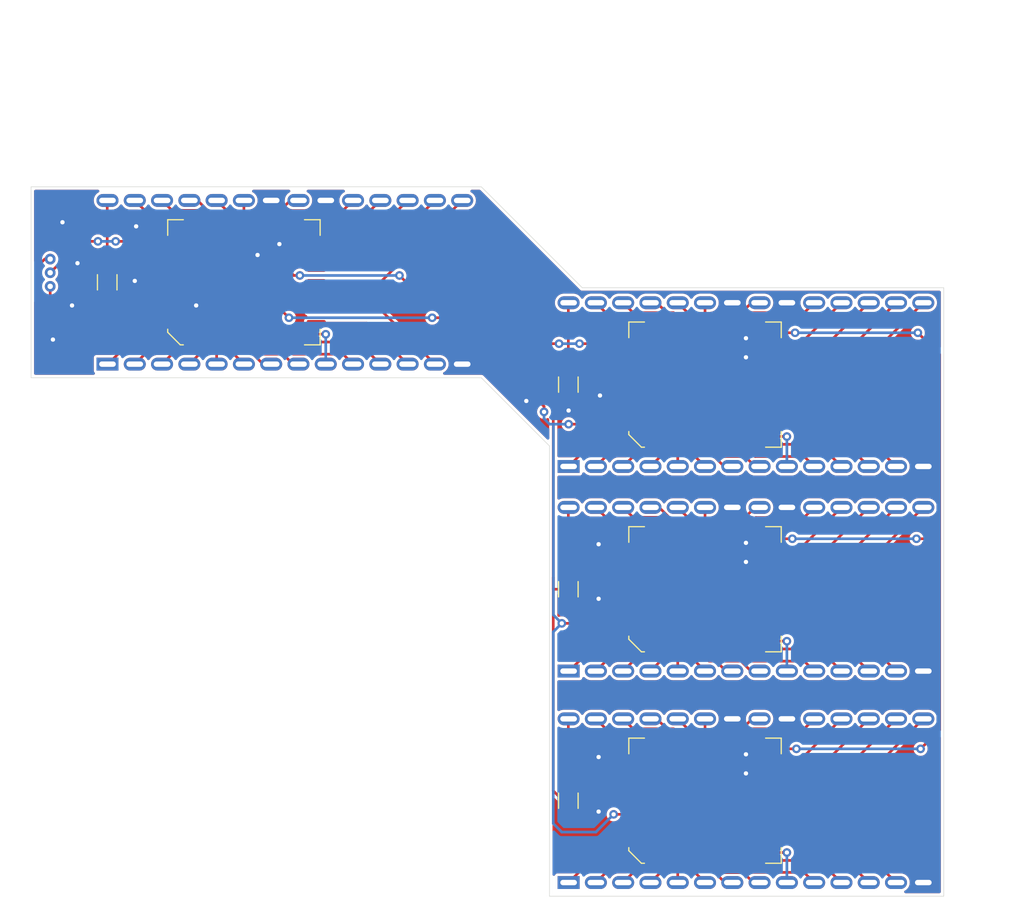
<source format=kicad_pcb>
(kicad_pcb (version 20171130) (host pcbnew "(5.1.10)-1")
  (layers (0 F.Cu signal) (31 B.Cu signal) (34 B.Paste user) (35 F.Paste user) (36 B.SilkS user) (37 F.SilkS user) (38 B.Mask user) (39 F.Mask user) (44 Edge.Cuts user))
  (net 0 "")
  (net 1 GND)
  (net 2 VCC)
  (net 3 /A18)
  (net 4 /A17)
  (net 5 /A16)
  (net 6 /AA14)
  (net 7 /DA2)
  (net 8 /AA13)
  (net 9 /DA1)
  (net 10 /AA8)
  (net 11 /DA0)
  (net 12 /AA9)
  (net 13 /AA0)
  (net 14 /AA11)
  (net 15 /AA1)
  (net 16 /AA2)
  (net 17 /AA10)
  (net 18 /AA3)
  (net 19 /AA4)
  (net 20 /DA7)
  (net 21 /AA5)
  (net 22 /DA6)
  (net 23 /AA6)
  (net 24 /DA5)
  (net 25 /AA7)
  (net 26 /DA4)
  (net 27 /AA12)
  (net 28 /DA3)
  (net 29 /AA15)
  (net 30 /AC14)
  (net 31 /DC2)
  (net 32 /AC13)
  (net 33 /DC1)
  (net 34 /AC8)
  (net 35 /DC0)
  (net 36 /AC9)
  (net 37 /AC0)
  (net 38 /AC11)
  (net 39 /AC1)
  (net 40 /AC2)
  (net 41 /AC10)
  (net 42 /AC3)
  (net 43 /AC4)
  (net 44 /DC7)
  (net 45 /AC5)
  (net 46 /DC6)
  (net 47 /AC6)
  (net 48 /DC5)
  (net 49 /AC7)
  (net 50 /DC4)
  (net 51 /AC12)
  (net 52 /DC3)
  (net 53 /AC15)
  (net 54 /AB14)
  (net 55 /DB2)
  (net 56 /AB13)
  (net 57 /DB1)
  (net 58 /AB8)
  (net 59 /DB0)
  (net 60 /AB9)
  (net 61 /AB0)
  (net 62 /AB11)
  (net 63 /AB1)
  (net 64 /AB2)
  (net 65 /AB10)
  (net 66 /AB3)
  (net 67 /AB4)
  (net 68 /DB7)
  (net 69 /AB5)
  (net 70 /DB6)
  (net 71 /AB6)
  (net 72 /DB5)
  (net 73 /AB7)
  (net 74 /DB4)
  (net 75 /AB12)
  (net 76 /DB3)
  (net 77 /AB15)
  (net 78 /AD14)
  (net 79 /DD2)
  (net 80 /AD13)
  (net 81 /DD1)
  (net 82 /AD8)
  (net 83 /DD0)
  (net 84 /AD9)
  (net 85 /AD0)
  (net 86 /AD11)
  (net 87 /AD1)
  (net 88 /AD2)
  (net 89 /AD10)
  (net 90 /AD3)
  (net 91 /AD4)
  (net 92 /DD7)
  (net 93 /AD5)
  (net 94 /DD6)
  (net 95 /AD6)
  (net 96 /DD5)
  (net 97 /AD7)
  (net 98 /DD4)
  (net 99 /AD12)
  (net 100 /DD3)
  (net 101 /AD15)
  (module PLCC_32_SKT:PLCC_32_SKT (layer F.Cu) (at 174.5742 117.1448 90)
    (fp_text reference U8 hide)
    (fp_text value SST39SF040)
    (pad 32 smd roundrect (at 1.27 -6.731 90) (size 0.6 1.775) (layers F.Cu F.Paste F.Mask) (net 2 VCC))
    (pad 31 smd roundrect (at 2.54 -6.731 90) (size 0.6 1.775) (layers F.Cu F.Paste F.Mask) (net 2 VCC))
    (pad 30 smd roundrect (at 3.81 -6.731 90) (size 0.6 1.775) (layers F.Cu F.Paste F.Mask) (net 4 /A17))
    (pad 29 smd roundrect (at 5.461 -5.08 90) (size 1.775 0.6) (layers F.Cu F.Paste F.Mask) (net 78 /AD14))
    (pad 28 smd roundrect (at 5.461 -3.81 90) (size 1.775 0.6) (layers F.Cu F.Paste F.Mask) (net 80 /AD13))
    (pad 27 smd roundrect (at 5.461 -2.54 90) (size 1.775 0.6) (layers F.Cu F.Paste F.Mask) (net 82 /AD8))
    (pad 26 smd roundrect (at 5.461 -1.27 90) (size 1.775 0.6) (layers F.Cu F.Paste F.Mask) (net 84 /AD9))
    (pad 25 smd roundrect (at 5.461 0 90) (size 1.775 0.6) (layers F.Cu F.Paste F.Mask) (net 86 /AD11))
    (pad 24 smd roundrect (at 5.461 1.27 90) (size 1.775 0.6) (layers F.Cu F.Paste F.Mask) (net 1 GND))
    (pad 23 smd roundrect (at 5.461 2.54 90) (size 1.775 0.6) (layers F.Cu F.Paste F.Mask) (net 89 /AD10))
    (pad 22 smd roundrect (at 5.461 3.81 90) (size 1.775 0.6) (layers F.Cu F.Paste F.Mask) (net 1 GND))
    (pad 21 smd roundrect (at 5.461 5.08 90) (size 1.775 0.6) (layers F.Cu F.Paste F.Mask) (net 92 /DD7))
    (pad 20 smd roundrect (at 3.81 6.731 90) (size 0.6 1.775) (layers F.Cu F.Paste F.Mask) (net 94 /DD6))
    (pad 19 smd roundrect (at 2.54 6.731 90) (size 0.6 1.775) (layers F.Cu F.Paste F.Mask) (net 96 /DD5))
    (pad 18 smd roundrect (at 1.27 6.731 90) (size 0.6 1.775) (layers F.Cu F.Paste F.Mask) (net 98 /DD4))
    (pad 17 smd roundrect (at 0 6.731 90) (size 0.6 1.775) (layers F.Cu F.Paste F.Mask) (net 100 /DD3))
    (pad 16 smd roundrect (at -1.27 6.731 90) (size 0.6 1.775) (layers F.Cu F.Paste F.Mask) (net 1 GND))
    (pad 15 smd roundrect (at -2.54 6.731 90) (size 0.6 1.775) (layers F.Cu F.Paste F.Mask) (net 79 /DD2))
    (pad 14 smd roundrect (at -3.81 6.731 90) (size 0.6 1.775) (layers F.Cu F.Paste F.Mask) (net 81 /DD1))
    (pad 13 smd roundrect (at -5.461 5.08 90) (size 1.775 0.6) (layers F.Cu F.Paste F.Mask) (net 83 /DD0))
    (pad 12 smd roundrect (at -5.461 3.81 90) (size 1.775 0.6) (layers F.Cu F.Paste F.Mask) (net 85 /AD0))
    (pad 11 smd roundrect (at -5.461 2.54 90) (size 1.775 0.6) (layers F.Cu F.Paste F.Mask) (net 87 /AD1))
    (pad 10 smd roundrect (at -5.461 1.27 90) (size 1.775 0.6) (layers F.Cu F.Paste F.Mask) (net 88 /AD2))
    (pad 9 smd roundrect (at -5.461 0 90) (size 1.775 0.6) (layers F.Cu F.Paste F.Mask) (net 90 /AD3))
    (pad 8 smd roundrect (at -5.461 -1.27 90) (size 1.775 0.6) (layers F.Cu F.Paste F.Mask) (net 91 /AD4))
    (pad 7 smd roundrect (at -5.461 -2.54 90) (size 1.775 0.6) (layers F.Cu F.Paste F.Mask) (net 93 /AD5))
    (pad 6 smd roundrect (at -5.461 -3.81 90) (size 1.775 0.6) (layers F.Cu F.Paste F.Mask) (net 95 /AD6))
    (pad 5 smd roundrect (at -5.461 -5.08 90) (size 1.775 0.6) (layers F.Cu F.Paste F.Mask) (net 97 /AD7))
    (pad 4 smd roundrect (at -3.81 -6.731 90) (size 0.6 1.775) (layers F.Cu F.Paste F.Mask) (net 99 /AD12))
    (pad 3 smd roundrect (at -2.54 -6.731 90) (size 0.6 1.775) (layers F.Cu F.Paste F.Mask) (net 101 /AD15))
    (pad 2 smd roundrect (at -1.27 -6.731 90) (size 0.6 1.775) (layers F.Cu F.Paste F.Mask) (net 5 /A16))
    (pad 1 smd roundrect (at 0 -6.731 90) (size 0.6 1.775) (layers F.Cu F.Paste F.Mask) (net 3 /A18))
  )
  (module PLCC_32_SKT:PLCC_32_SKT (layer F.Cu) (at 174.5742 78.4098 90)
    (fp_text reference U7 hide)
    (fp_text value SST39SF040)
    (pad 32 smd roundrect (at 1.27 -6.731 90) (size 0.6 1.775) (layers F.Cu F.Paste F.Mask) (net 2 VCC))
    (pad 31 smd roundrect (at 2.54 -6.731 90) (size 0.6 1.775) (layers F.Cu F.Paste F.Mask) (net 2 VCC))
    (pad 30 smd roundrect (at 3.81 -6.731 90) (size 0.6 1.775) (layers F.Cu F.Paste F.Mask) (net 4 /A17))
    (pad 29 smd roundrect (at 5.461 -5.08 90) (size 1.775 0.6) (layers F.Cu F.Paste F.Mask) (net 54 /AB14))
    (pad 28 smd roundrect (at 5.461 -3.81 90) (size 1.775 0.6) (layers F.Cu F.Paste F.Mask) (net 56 /AB13))
    (pad 27 smd roundrect (at 5.461 -2.54 90) (size 1.775 0.6) (layers F.Cu F.Paste F.Mask) (net 58 /AB8))
    (pad 26 smd roundrect (at 5.461 -1.27 90) (size 1.775 0.6) (layers F.Cu F.Paste F.Mask) (net 60 /AB9))
    (pad 25 smd roundrect (at 5.461 0 90) (size 1.775 0.6) (layers F.Cu F.Paste F.Mask) (net 62 /AB11))
    (pad 24 smd roundrect (at 5.461 1.27 90) (size 1.775 0.6) (layers F.Cu F.Paste F.Mask) (net 1 GND))
    (pad 23 smd roundrect (at 5.461 2.54 90) (size 1.775 0.6) (layers F.Cu F.Paste F.Mask) (net 65 /AB10))
    (pad 22 smd roundrect (at 5.461 3.81 90) (size 1.775 0.6) (layers F.Cu F.Paste F.Mask) (net 1 GND))
    (pad 21 smd roundrect (at 5.461 5.08 90) (size 1.775 0.6) (layers F.Cu F.Paste F.Mask) (net 68 /DB7))
    (pad 20 smd roundrect (at 3.81 6.731 90) (size 0.6 1.775) (layers F.Cu F.Paste F.Mask) (net 70 /DB6))
    (pad 19 smd roundrect (at 2.54 6.731 90) (size 0.6 1.775) (layers F.Cu F.Paste F.Mask) (net 72 /DB5))
    (pad 18 smd roundrect (at 1.27 6.731 90) (size 0.6 1.775) (layers F.Cu F.Paste F.Mask) (net 74 /DB4))
    (pad 17 smd roundrect (at 0 6.731 90) (size 0.6 1.775) (layers F.Cu F.Paste F.Mask) (net 76 /DB3))
    (pad 16 smd roundrect (at -1.27 6.731 90) (size 0.6 1.775) (layers F.Cu F.Paste F.Mask) (net 1 GND))
    (pad 15 smd roundrect (at -2.54 6.731 90) (size 0.6 1.775) (layers F.Cu F.Paste F.Mask) (net 55 /DB2))
    (pad 14 smd roundrect (at -3.81 6.731 90) (size 0.6 1.775) (layers F.Cu F.Paste F.Mask) (net 57 /DB1))
    (pad 13 smd roundrect (at -5.461 5.08 90) (size 1.775 0.6) (layers F.Cu F.Paste F.Mask) (net 59 /DB0))
    (pad 12 smd roundrect (at -5.461 3.81 90) (size 1.775 0.6) (layers F.Cu F.Paste F.Mask) (net 61 /AB0))
    (pad 11 smd roundrect (at -5.461 2.54 90) (size 1.775 0.6) (layers F.Cu F.Paste F.Mask) (net 63 /AB1))
    (pad 10 smd roundrect (at -5.461 1.27 90) (size 1.775 0.6) (layers F.Cu F.Paste F.Mask) (net 64 /AB2))
    (pad 9 smd roundrect (at -5.461 0 90) (size 1.775 0.6) (layers F.Cu F.Paste F.Mask) (net 66 /AB3))
    (pad 8 smd roundrect (at -5.461 -1.27 90) (size 1.775 0.6) (layers F.Cu F.Paste F.Mask) (net 67 /AB4))
    (pad 7 smd roundrect (at -5.461 -2.54 90) (size 1.775 0.6) (layers F.Cu F.Paste F.Mask) (net 69 /AB5))
    (pad 6 smd roundrect (at -5.461 -3.81 90) (size 1.775 0.6) (layers F.Cu F.Paste F.Mask) (net 71 /AB6))
    (pad 5 smd roundrect (at -5.461 -5.08 90) (size 1.775 0.6) (layers F.Cu F.Paste F.Mask) (net 73 /AB7))
    (pad 4 smd roundrect (at -3.81 -6.731 90) (size 0.6 1.775) (layers F.Cu F.Paste F.Mask) (net 75 /AB12))
    (pad 3 smd roundrect (at -2.54 -6.731 90) (size 0.6 1.775) (layers F.Cu F.Paste F.Mask) (net 77 /AB15))
    (pad 2 smd roundrect (at -1.27 -6.731 90) (size 0.6 1.775) (layers F.Cu F.Paste F.Mask) (net 5 /A16))
    (pad 1 smd roundrect (at 0 -6.731 90) (size 0.6 1.775) (layers F.Cu F.Paste F.Mask) (net 3 /A18))
  )
  (module PLCC_32_SKT:PLCC_32_SKT (layer F.Cu) (at 174.5742 97.4598 90)
    (fp_text reference U4 hide)
    (fp_text value SST39SF040)
    (pad 32 smd roundrect (at 1.27 -6.731 90) (size 0.6 1.775) (layers F.Cu F.Paste F.Mask) (net 2 VCC))
    (pad 31 smd roundrect (at 2.54 -6.731 90) (size 0.6 1.775) (layers F.Cu F.Paste F.Mask) (net 2 VCC))
    (pad 30 smd roundrect (at 3.81 -6.731 90) (size 0.6 1.775) (layers F.Cu F.Paste F.Mask) (net 4 /A17))
    (pad 29 smd roundrect (at 5.461 -5.08 90) (size 1.775 0.6) (layers F.Cu F.Paste F.Mask) (net 30 /AC14))
    (pad 28 smd roundrect (at 5.461 -3.81 90) (size 1.775 0.6) (layers F.Cu F.Paste F.Mask) (net 32 /AC13))
    (pad 27 smd roundrect (at 5.461 -2.54 90) (size 1.775 0.6) (layers F.Cu F.Paste F.Mask) (net 34 /AC8))
    (pad 26 smd roundrect (at 5.461 -1.27 90) (size 1.775 0.6) (layers F.Cu F.Paste F.Mask) (net 36 /AC9))
    (pad 25 smd roundrect (at 5.461 0 90) (size 1.775 0.6) (layers F.Cu F.Paste F.Mask) (net 38 /AC11))
    (pad 24 smd roundrect (at 5.461 1.27 90) (size 1.775 0.6) (layers F.Cu F.Paste F.Mask) (net 1 GND))
    (pad 23 smd roundrect (at 5.461 2.54 90) (size 1.775 0.6) (layers F.Cu F.Paste F.Mask) (net 41 /AC10))
    (pad 22 smd roundrect (at 5.461 3.81 90) (size 1.775 0.6) (layers F.Cu F.Paste F.Mask) (net 1 GND))
    (pad 21 smd roundrect (at 5.461 5.08 90) (size 1.775 0.6) (layers F.Cu F.Paste F.Mask) (net 44 /DC7))
    (pad 20 smd roundrect (at 3.81 6.731 90) (size 0.6 1.775) (layers F.Cu F.Paste F.Mask) (net 46 /DC6))
    (pad 19 smd roundrect (at 2.54 6.731 90) (size 0.6 1.775) (layers F.Cu F.Paste F.Mask) (net 48 /DC5))
    (pad 18 smd roundrect (at 1.27 6.731 90) (size 0.6 1.775) (layers F.Cu F.Paste F.Mask) (net 50 /DC4))
    (pad 17 smd roundrect (at 0 6.731 90) (size 0.6 1.775) (layers F.Cu F.Paste F.Mask) (net 52 /DC3))
    (pad 16 smd roundrect (at -1.27 6.731 90) (size 0.6 1.775) (layers F.Cu F.Paste F.Mask) (net 1 GND))
    (pad 15 smd roundrect (at -2.54 6.731 90) (size 0.6 1.775) (layers F.Cu F.Paste F.Mask) (net 31 /DC2))
    (pad 14 smd roundrect (at -3.81 6.731 90) (size 0.6 1.775) (layers F.Cu F.Paste F.Mask) (net 33 /DC1))
    (pad 13 smd roundrect (at -5.461 5.08 90) (size 1.775 0.6) (layers F.Cu F.Paste F.Mask) (net 35 /DC0))
    (pad 12 smd roundrect (at -5.461 3.81 90) (size 1.775 0.6) (layers F.Cu F.Paste F.Mask) (net 37 /AC0))
    (pad 11 smd roundrect (at -5.461 2.54 90) (size 1.775 0.6) (layers F.Cu F.Paste F.Mask) (net 39 /AC1))
    (pad 10 smd roundrect (at -5.461 1.27 90) (size 1.775 0.6) (layers F.Cu F.Paste F.Mask) (net 40 /AC2))
    (pad 9 smd roundrect (at -5.461 0 90) (size 1.775 0.6) (layers F.Cu F.Paste F.Mask) (net 42 /AC3))
    (pad 8 smd roundrect (at -5.461 -1.27 90) (size 1.775 0.6) (layers F.Cu F.Paste F.Mask) (net 43 /AC4))
    (pad 7 smd roundrect (at -5.461 -2.54 90) (size 1.775 0.6) (layers F.Cu F.Paste F.Mask) (net 45 /AC5))
    (pad 6 smd roundrect (at -5.461 -3.81 90) (size 1.775 0.6) (layers F.Cu F.Paste F.Mask) (net 47 /AC6))
    (pad 5 smd roundrect (at -5.461 -5.08 90) (size 1.775 0.6) (layers F.Cu F.Paste F.Mask) (net 49 /AC7))
    (pad 4 smd roundrect (at -3.81 -6.731 90) (size 0.6 1.775) (layers F.Cu F.Paste F.Mask) (net 51 /AC12))
    (pad 3 smd roundrect (at -2.54 -6.731 90) (size 0.6 1.775) (layers F.Cu F.Paste F.Mask) (net 53 /AC15))
    (pad 2 smd roundrect (at -1.27 -6.731 90) (size 0.6 1.775) (layers F.Cu F.Paste F.Mask) (net 5 /A16))
    (pad 1 smd roundrect (at 0 -6.731 90) (size 0.6 1.775) (layers F.Cu F.Paste F.Mask) (net 3 /A18))
  )
  (module PLCC_32_SKT:PLCC_32_SKT (layer F.Cu) (at 131.6482 68.8848 90)
    (fp_text reference U3 hide)
    (fp_text value SST39SF040)
    (pad 32 smd roundrect (at 1.27 -6.731 90) (size 0.6 1.775) (layers F.Cu F.Paste F.Mask) (net 2 VCC))
    (pad 31 smd roundrect (at 2.54 -6.731 90) (size 0.6 1.775) (layers F.Cu F.Paste F.Mask) (net 2 VCC))
    (pad 30 smd roundrect (at 3.81 -6.731 90) (size 0.6 1.775) (layers F.Cu F.Paste F.Mask) (net 4 /A17))
    (pad 29 smd roundrect (at 5.461 -5.08 90) (size 1.775 0.6) (layers F.Cu F.Paste F.Mask) (net 6 /AA14))
    (pad 28 smd roundrect (at 5.461 -3.81 90) (size 1.775 0.6) (layers F.Cu F.Paste F.Mask) (net 8 /AA13))
    (pad 27 smd roundrect (at 5.461 -2.54 90) (size 1.775 0.6) (layers F.Cu F.Paste F.Mask) (net 10 /AA8))
    (pad 26 smd roundrect (at 5.461 -1.27 90) (size 1.775 0.6) (layers F.Cu F.Paste F.Mask) (net 12 /AA9))
    (pad 25 smd roundrect (at 5.461 0 90) (size 1.775 0.6) (layers F.Cu F.Paste F.Mask) (net 14 /AA11))
    (pad 24 smd roundrect (at 5.461 1.27 90) (size 1.775 0.6) (layers F.Cu F.Paste F.Mask) (net 1 GND))
    (pad 23 smd roundrect (at 5.461 2.54 90) (size 1.775 0.6) (layers F.Cu F.Paste F.Mask) (net 17 /AA10))
    (pad 22 smd roundrect (at 5.461 3.81 90) (size 1.775 0.6) (layers F.Cu F.Paste F.Mask) (net 1 GND))
    (pad 21 smd roundrect (at 5.461 5.08 90) (size 1.775 0.6) (layers F.Cu F.Paste F.Mask) (net 20 /DA7))
    (pad 20 smd roundrect (at 3.81 6.731 90) (size 0.6 1.775) (layers F.Cu F.Paste F.Mask) (net 22 /DA6))
    (pad 19 smd roundrect (at 2.54 6.731 90) (size 0.6 1.775) (layers F.Cu F.Paste F.Mask) (net 24 /DA5))
    (pad 18 smd roundrect (at 1.27 6.731 90) (size 0.6 1.775) (layers F.Cu F.Paste F.Mask) (net 26 /DA4))
    (pad 17 smd roundrect (at 0 6.731 90) (size 0.6 1.775) (layers F.Cu F.Paste F.Mask) (net 28 /DA3))
    (pad 16 smd roundrect (at -1.27 6.731 90) (size 0.6 1.775) (layers F.Cu F.Paste F.Mask) (net 1 GND))
    (pad 15 smd roundrect (at -2.54 6.731 90) (size 0.6 1.775) (layers F.Cu F.Paste F.Mask) (net 7 /DA2))
    (pad 14 smd roundrect (at -3.81 6.731 90) (size 0.6 1.775) (layers F.Cu F.Paste F.Mask) (net 9 /DA1))
    (pad 13 smd roundrect (at -5.461 5.08 90) (size 1.775 0.6) (layers F.Cu F.Paste F.Mask) (net 11 /DA0))
    (pad 12 smd roundrect (at -5.461 3.81 90) (size 1.775 0.6) (layers F.Cu F.Paste F.Mask) (net 13 /AA0))
    (pad 11 smd roundrect (at -5.461 2.54 90) (size 1.775 0.6) (layers F.Cu F.Paste F.Mask) (net 15 /AA1))
    (pad 10 smd roundrect (at -5.461 1.27 90) (size 1.775 0.6) (layers F.Cu F.Paste F.Mask) (net 16 /AA2))
    (pad 9 smd roundrect (at -5.461 0 90) (size 1.775 0.6) (layers F.Cu F.Paste F.Mask) (net 18 /AA3))
    (pad 8 smd roundrect (at -5.461 -1.27 90) (size 1.775 0.6) (layers F.Cu F.Paste F.Mask) (net 19 /AA4))
    (pad 7 smd roundrect (at -5.461 -2.54 90) (size 1.775 0.6) (layers F.Cu F.Paste F.Mask) (net 21 /AA5))
    (pad 6 smd roundrect (at -5.461 -3.81 90) (size 1.775 0.6) (layers F.Cu F.Paste F.Mask) (net 23 /AA6))
    (pad 5 smd roundrect (at -5.461 -5.08 90) (size 1.775 0.6) (layers F.Cu F.Paste F.Mask) (net 25 /AA7))
    (pad 4 smd roundrect (at -3.81 -6.731 90) (size 0.6 1.775) (layers F.Cu F.Paste F.Mask) (net 27 /AA12))
    (pad 3 smd roundrect (at -2.54 -6.731 90) (size 0.6 1.775) (layers F.Cu F.Paste F.Mask) (net 29 /AA15))
    (pad 2 smd roundrect (at -1.27 -6.731 90) (size 0.6 1.775) (layers F.Cu F.Paste F.Mask) (net 5 /A16))
    (pad 1 smd roundrect (at 0 -6.731 90) (size 0.6 1.775) (layers F.Cu F.Paste F.Mask) (net 3 /A18))
  )
  (module Package_DIP:DIP-28_W15.24mm (layer F.Cu) (at 161.8742 124.7648 90)
    (fp_text reference U6 hide)
    (fp_text value 27C512)
    (pad 28 thru_hole oval (at 15.24 0 90) (size 1.2 2.05) (drill oval 0.5 1.55) (layers *.Cu B.Mask) (net 2 VCC))
    (pad 14 thru_hole oval (at 0 33.02 90) (size 1.2 2.05) (drill oval 0.5 1.55) (layers *.Cu B.Mask) (net 1 GND))
    (pad 27 thru_hole oval (at 15.24 2.54 90) (size 1.2 2.05) (drill oval 0.5 1.55) (layers *.Cu B.Mask) (net 78 /AD14))
    (pad 13 thru_hole oval (at 0 30.48 90) (size 1.2 2.05) (drill oval 0.5 1.55) (layers *.Cu B.Mask) (net 79 /DD2))
    (pad 26 thru_hole oval (at 15.24 5.08 90) (size 1.2 2.05) (drill oval 0.5 1.55) (layers *.Cu B.Mask) (net 80 /AD13))
    (pad 12 thru_hole oval (at 0 27.94 90) (size 1.2 2.05) (drill oval 0.5 1.55) (layers *.Cu B.Mask) (net 81 /DD1))
    (pad 25 thru_hole oval (at 15.24 7.62 90) (size 1.2 2.05) (drill oval 0.5 1.55) (layers *.Cu B.Mask) (net 82 /AD8))
    (pad 11 thru_hole oval (at 0 25.4 90) (size 1.2 2.05) (drill oval 0.5 1.55) (layers *.Cu B.Mask) (net 83 /DD0))
    (pad 24 thru_hole oval (at 15.24 10.16 90) (size 1.2 2.05) (drill oval 0.5 1.55) (layers *.Cu B.Mask) (net 84 /AD9))
    (pad 10 thru_hole oval (at 0 22.86 90) (size 1.2 2.05) (drill oval 0.5 1.55) (layers *.Cu B.Mask) (net 85 /AD0))
    (pad 23 thru_hole oval (at 15.24 12.7 90) (size 1.2 2.05) (drill oval 0.5 1.55) (layers *.Cu B.Mask) (net 86 /AD11))
    (pad 9 thru_hole oval (at 0 20.32 90) (size 1.2 2.05) (drill oval 0.5 1.55) (layers *.Cu B.Mask) (net 87 /AD1))
    (pad 22 thru_hole oval (at 15.24 15.24 90) (size 1.2 2.05) (drill oval 0.5 1.55) (layers *.Cu B.Mask) (net 1 GND))
    (pad 8 thru_hole oval (at 0 17.78 90) (size 1.2 2.05) (drill oval 0.5 1.55) (layers *.Cu B.Mask) (net 88 /AD2))
    (pad 21 thru_hole oval (at 15.24 17.78 90) (size 1.2 2.05) (drill oval 0.5 1.55) (layers *.Cu B.Mask) (net 89 /AD10))
    (pad 7 thru_hole oval (at 0 15.24 90) (size 1.2 2.05) (drill oval 0.5 1.55) (layers *.Cu B.Mask) (net 90 /AD3))
    (pad 20 thru_hole oval (at 15.24 20.32 90) (size 1.2 2.05) (drill oval 0.5 1.55) (layers *.Cu B.Mask) (net 1 GND))
    (pad 6 thru_hole oval (at 0 12.7 90) (size 1.2 2.05) (drill oval 0.5 1.55) (layers *.Cu B.Mask) (net 91 /AD4))
    (pad 19 thru_hole oval (at 15.24 22.86 90) (size 1.2 2.05) (drill oval 0.5 1.55) (layers *.Cu B.Mask) (net 92 /DD7))
    (pad 5 thru_hole oval (at 0 10.16 90) (size 1.2 2.05) (drill oval 0.5 1.55) (layers *.Cu B.Mask) (net 93 /AD5))
    (pad 18 thru_hole oval (at 15.24 25.4 90) (size 1.2 2.05) (drill oval 0.5 1.55) (layers *.Cu B.Mask) (net 94 /DD6))
    (pad 4 thru_hole oval (at 0 7.62 90) (size 1.2 2.05) (drill oval 0.5 1.55) (layers *.Cu B.Mask) (net 95 /AD6))
    (pad 17 thru_hole oval (at 15.24 27.94 90) (size 1.2 2.05) (drill oval 0.5 1.55) (layers *.Cu B.Mask) (net 96 /DD5))
    (pad 3 thru_hole oval (at 0 5.08 90) (size 1.2 2.05) (drill oval 0.5 1.55) (layers *.Cu B.Mask) (net 97 /AD7))
    (pad 16 thru_hole oval (at 15.24 30.48 90) (size 1.2 2.05) (drill oval 0.5 1.55) (layers *.Cu B.Mask) (net 98 /DD4))
    (pad 2 thru_hole oval (at 0 2.54 90) (size 1.2 2.05) (drill oval 0.5 1.55) (layers *.Cu B.Mask) (net 99 /AD12))
    (pad 15 thru_hole oval (at 15.24 33.02 90) (size 1.2 2.05) (drill oval 0.5 1.55) (layers *.Cu B.Mask) (net 100 /DD3))
    (pad 1 thru_hole rect (at 0 0 90) (size 1.2 2.05) (drill oval 0.5 1.55) (layers *.Cu B.Mask) (net 101 /AD15))
  )
  (module Package_DIP:DIP-28_W15.24mm (layer F.Cu) (at 161.8742 105.0798 90)
    (fp_text reference U2 hide)
    (fp_text value 27C512)
    (pad 28 thru_hole oval (at 15.24 0 90) (size 1.2 2.05) (drill oval 0.5 1.55) (layers *.Cu B.Mask) (net 2 VCC))
    (pad 14 thru_hole oval (at 0 33.02 90) (size 1.2 2.05) (drill oval 0.5 1.55) (layers *.Cu B.Mask) (net 1 GND))
    (pad 27 thru_hole oval (at 15.24 2.54 90) (size 1.2 2.05) (drill oval 0.5 1.55) (layers *.Cu B.Mask) (net 30 /AC14))
    (pad 13 thru_hole oval (at 0 30.48 90) (size 1.2 2.05) (drill oval 0.5 1.55) (layers *.Cu B.Mask) (net 31 /DC2))
    (pad 26 thru_hole oval (at 15.24 5.08 90) (size 1.2 2.05) (drill oval 0.5 1.55) (layers *.Cu B.Mask) (net 32 /AC13))
    (pad 12 thru_hole oval (at 0 27.94 90) (size 1.2 2.05) (drill oval 0.5 1.55) (layers *.Cu B.Mask) (net 33 /DC1))
    (pad 25 thru_hole oval (at 15.24 7.62 90) (size 1.2 2.05) (drill oval 0.5 1.55) (layers *.Cu B.Mask) (net 34 /AC8))
    (pad 11 thru_hole oval (at 0 25.4 90) (size 1.2 2.05) (drill oval 0.5 1.55) (layers *.Cu B.Mask) (net 35 /DC0))
    (pad 24 thru_hole oval (at 15.24 10.16 90) (size 1.2 2.05) (drill oval 0.5 1.55) (layers *.Cu B.Mask) (net 36 /AC9))
    (pad 10 thru_hole oval (at 0 22.86 90) (size 1.2 2.05) (drill oval 0.5 1.55) (layers *.Cu B.Mask) (net 37 /AC0))
    (pad 23 thru_hole oval (at 15.24 12.7 90) (size 1.2 2.05) (drill oval 0.5 1.55) (layers *.Cu B.Mask) (net 38 /AC11))
    (pad 9 thru_hole oval (at 0 20.32 90) (size 1.2 2.05) (drill oval 0.5 1.55) (layers *.Cu B.Mask) (net 39 /AC1))
    (pad 22 thru_hole oval (at 15.24 15.24 90) (size 1.2 2.05) (drill oval 0.5 1.55) (layers *.Cu B.Mask) (net 1 GND))
    (pad 8 thru_hole oval (at 0 17.78 90) (size 1.2 2.05) (drill oval 0.5 1.55) (layers *.Cu B.Mask) (net 40 /AC2))
    (pad 21 thru_hole oval (at 15.24 17.78 90) (size 1.2 2.05) (drill oval 0.5 1.55) (layers *.Cu B.Mask) (net 41 /AC10))
    (pad 7 thru_hole oval (at 0 15.24 90) (size 1.2 2.05) (drill oval 0.5 1.55) (layers *.Cu B.Mask) (net 42 /AC3))
    (pad 20 thru_hole oval (at 15.24 20.32 90) (size 1.2 2.05) (drill oval 0.5 1.55) (layers *.Cu B.Mask) (net 1 GND))
    (pad 6 thru_hole oval (at 0 12.7 90) (size 1.2 2.05) (drill oval 0.5 1.55) (layers *.Cu B.Mask) (net 43 /AC4))
    (pad 19 thru_hole oval (at 15.24 22.86 90) (size 1.2 2.05) (drill oval 0.5 1.55) (layers *.Cu B.Mask) (net 44 /DC7))
    (pad 5 thru_hole oval (at 0 10.16 90) (size 1.2 2.05) (drill oval 0.5 1.55) (layers *.Cu B.Mask) (net 45 /AC5))
    (pad 18 thru_hole oval (at 15.24 25.4 90) (size 1.2 2.05) (drill oval 0.5 1.55) (layers *.Cu B.Mask) (net 46 /DC6))
    (pad 4 thru_hole oval (at 0 7.62 90) (size 1.2 2.05) (drill oval 0.5 1.55) (layers *.Cu B.Mask) (net 47 /AC6))
    (pad 17 thru_hole oval (at 15.24 27.94 90) (size 1.2 2.05) (drill oval 0.5 1.55) (layers *.Cu B.Mask) (net 48 /DC5))
    (pad 3 thru_hole oval (at 0 5.08 90) (size 1.2 2.05) (drill oval 0.5 1.55) (layers *.Cu B.Mask) (net 49 /AC7))
    (pad 16 thru_hole oval (at 15.24 30.48 90) (size 1.2 2.05) (drill oval 0.5 1.55) (layers *.Cu B.Mask) (net 50 /DC4))
    (pad 2 thru_hole oval (at 0 2.54 90) (size 1.2 2.05) (drill oval 0.5 1.55) (layers *.Cu B.Mask) (net 51 /AC12))
    (pad 15 thru_hole oval (at 15.24 33.02 90) (size 1.2 2.05) (drill oval 0.5 1.55) (layers *.Cu B.Mask) (net 52 /DC3))
    (pad 1 thru_hole rect (at 0 0 90) (size 1.2 2.05) (drill oval 0.5 1.55) (layers *.Cu B.Mask) (net 53 /AC15))
  )
  (module Package_DIP:DIP-28_W15.24mm (layer F.Cu) (at 161.8742 86.0298 90)
    (fp_text reference U5 hide)
    (fp_text value 27C512)
    (pad 28 thru_hole oval (at 15.24 0 90) (size 1.2 2.05) (drill oval 0.5 1.55) (layers *.Cu B.Mask) (net 2 VCC))
    (pad 14 thru_hole oval (at 0 33.02 90) (size 1.2 2.05) (drill oval 0.5 1.55) (layers *.Cu B.Mask) (net 1 GND))
    (pad 27 thru_hole oval (at 15.24 2.54 90) (size 1.2 2.05) (drill oval 0.5 1.55) (layers *.Cu B.Mask) (net 54 /AB14))
    (pad 13 thru_hole oval (at 0 30.48 90) (size 1.2 2.05) (drill oval 0.5 1.55) (layers *.Cu B.Mask) (net 55 /DB2))
    (pad 26 thru_hole oval (at 15.24 5.08 90) (size 1.2 2.05) (drill oval 0.5 1.55) (layers *.Cu B.Mask) (net 56 /AB13))
    (pad 12 thru_hole oval (at 0 27.94 90) (size 1.2 2.05) (drill oval 0.5 1.55) (layers *.Cu B.Mask) (net 57 /DB1))
    (pad 25 thru_hole oval (at 15.24 7.62 90) (size 1.2 2.05) (drill oval 0.5 1.55) (layers *.Cu B.Mask) (net 58 /AB8))
    (pad 11 thru_hole oval (at 0 25.4 90) (size 1.2 2.05) (drill oval 0.5 1.55) (layers *.Cu B.Mask) (net 59 /DB0))
    (pad 24 thru_hole oval (at 15.24 10.16 90) (size 1.2 2.05) (drill oval 0.5 1.55) (layers *.Cu B.Mask) (net 60 /AB9))
    (pad 10 thru_hole oval (at 0 22.86 90) (size 1.2 2.05) (drill oval 0.5 1.55) (layers *.Cu B.Mask) (net 61 /AB0))
    (pad 23 thru_hole oval (at 15.24 12.7 90) (size 1.2 2.05) (drill oval 0.5 1.55) (layers *.Cu B.Mask) (net 62 /AB11))
    (pad 9 thru_hole oval (at 0 20.32 90) (size 1.2 2.05) (drill oval 0.5 1.55) (layers *.Cu B.Mask) (net 63 /AB1))
    (pad 22 thru_hole oval (at 15.24 15.24 90) (size 1.2 2.05) (drill oval 0.5 1.55) (layers *.Cu B.Mask) (net 1 GND))
    (pad 8 thru_hole oval (at 0 17.78 90) (size 1.2 2.05) (drill oval 0.5 1.55) (layers *.Cu B.Mask) (net 64 /AB2))
    (pad 21 thru_hole oval (at 15.24 17.78 90) (size 1.2 2.05) (drill oval 0.5 1.55) (layers *.Cu B.Mask) (net 65 /AB10))
    (pad 7 thru_hole oval (at 0 15.24 90) (size 1.2 2.05) (drill oval 0.5 1.55) (layers *.Cu B.Mask) (net 66 /AB3))
    (pad 20 thru_hole oval (at 15.24 20.32 90) (size 1.2 2.05) (drill oval 0.5 1.55) (layers *.Cu B.Mask) (net 1 GND))
    (pad 6 thru_hole oval (at 0 12.7 90) (size 1.2 2.05) (drill oval 0.5 1.55) (layers *.Cu B.Mask) (net 67 /AB4))
    (pad 19 thru_hole oval (at 15.24 22.86 90) (size 1.2 2.05) (drill oval 0.5 1.55) (layers *.Cu B.Mask) (net 68 /DB7))
    (pad 5 thru_hole oval (at 0 10.16 90) (size 1.2 2.05) (drill oval 0.5 1.55) (layers *.Cu B.Mask) (net 69 /AB5))
    (pad 18 thru_hole oval (at 15.24 25.4 90) (size 1.2 2.05) (drill oval 0.5 1.55) (layers *.Cu B.Mask) (net 70 /DB6))
    (pad 4 thru_hole oval (at 0 7.62 90) (size 1.2 2.05) (drill oval 0.5 1.55) (layers *.Cu B.Mask) (net 71 /AB6))
    (pad 17 thru_hole oval (at 15.24 27.94 90) (size 1.2 2.05) (drill oval 0.5 1.55) (layers *.Cu B.Mask) (net 72 /DB5))
    (pad 3 thru_hole oval (at 0 5.08 90) (size 1.2 2.05) (drill oval 0.5 1.55) (layers *.Cu B.Mask) (net 73 /AB7))
    (pad 16 thru_hole oval (at 15.24 30.48 90) (size 1.2 2.05) (drill oval 0.5 1.55) (layers *.Cu B.Mask) (net 74 /DB4))
    (pad 2 thru_hole oval (at 0 2.54 90) (size 1.2 2.05) (drill oval 0.5 1.55) (layers *.Cu B.Mask) (net 75 /AB12))
    (pad 15 thru_hole oval (at 15.24 33.02 90) (size 1.2 2.05) (drill oval 0.5 1.55) (layers *.Cu B.Mask) (net 76 /DB3))
    (pad 1 thru_hole rect (at 0 0 90) (size 1.2 2.05) (drill oval 0.5 1.55) (layers *.Cu B.Mask) (net 77 /AB15))
  )
  (module Package_DIP:DIP-28_W15.24mm (layer F.Cu) (at 118.9482 76.5048 90)
    (fp_text reference U1 hide)
    (fp_text value 27C512)
    (pad 28 thru_hole oval (at 15.24 0 90) (size 1.2 2.05) (drill oval 0.5 1.55) (layers *.Cu B.Mask) (net 2 VCC))
    (pad 14 thru_hole oval (at 0 33.02 90) (size 1.2 2.05) (drill oval 0.5 1.55) (layers *.Cu B.Mask) (net 1 GND))
    (pad 27 thru_hole oval (at 15.24 2.54 90) (size 1.2 2.05) (drill oval 0.5 1.55) (layers *.Cu B.Mask) (net 6 /AA14))
    (pad 13 thru_hole oval (at 0 30.48 90) (size 1.2 2.05) (drill oval 0.5 1.55) (layers *.Cu B.Mask) (net 7 /DA2))
    (pad 26 thru_hole oval (at 15.24 5.08 90) (size 1.2 2.05) (drill oval 0.5 1.55) (layers *.Cu B.Mask) (net 8 /AA13))
    (pad 12 thru_hole oval (at 0 27.94 90) (size 1.2 2.05) (drill oval 0.5 1.55) (layers *.Cu B.Mask) (net 9 /DA1))
    (pad 25 thru_hole oval (at 15.24 7.62 90) (size 1.2 2.05) (drill oval 0.5 1.55) (layers *.Cu B.Mask) (net 10 /AA8))
    (pad 11 thru_hole oval (at 0 25.4 90) (size 1.2 2.05) (drill oval 0.5 1.55) (layers *.Cu B.Mask) (net 11 /DA0))
    (pad 24 thru_hole oval (at 15.24 10.16 90) (size 1.2 2.05) (drill oval 0.5 1.55) (layers *.Cu B.Mask) (net 12 /AA9))
    (pad 10 thru_hole oval (at 0 22.86 90) (size 1.2 2.05) (drill oval 0.5 1.55) (layers *.Cu B.Mask) (net 13 /AA0))
    (pad 23 thru_hole oval (at 15.24 12.7 90) (size 1.2 2.05) (drill oval 0.5 1.55) (layers *.Cu B.Mask) (net 14 /AA11))
    (pad 9 thru_hole oval (at 0 20.32 90) (size 1.2 2.05) (drill oval 0.5 1.55) (layers *.Cu B.Mask) (net 15 /AA1))
    (pad 22 thru_hole oval (at 15.24 15.24 90) (size 1.2 2.05) (drill oval 0.5 1.55) (layers *.Cu B.Mask) (net 1 GND))
    (pad 8 thru_hole oval (at 0 17.78 90) (size 1.2 2.05) (drill oval 0.5 1.55) (layers *.Cu B.Mask) (net 16 /AA2))
    (pad 21 thru_hole oval (at 15.24 17.78 90) (size 1.2 2.05) (drill oval 0.5 1.55) (layers *.Cu B.Mask) (net 17 /AA10))
    (pad 7 thru_hole oval (at 0 15.24 90) (size 1.2 2.05) (drill oval 0.5 1.55) (layers *.Cu B.Mask) (net 18 /AA3))
    (pad 20 thru_hole oval (at 15.24 20.32 90) (size 1.2 2.05) (drill oval 0.5 1.55) (layers *.Cu B.Mask) (net 1 GND))
    (pad 6 thru_hole oval (at 0 12.7 90) (size 1.2 2.05) (drill oval 0.5 1.55) (layers *.Cu B.Mask) (net 19 /AA4))
    (pad 19 thru_hole oval (at 15.24 22.86 90) (size 1.2 2.05) (drill oval 0.5 1.55) (layers *.Cu B.Mask) (net 20 /DA7))
    (pad 5 thru_hole oval (at 0 10.16 90) (size 1.2 2.05) (drill oval 0.5 1.55) (layers *.Cu B.Mask) (net 21 /AA5))
    (pad 18 thru_hole oval (at 15.24 25.4 90) (size 1.2 2.05) (drill oval 0.5 1.55) (layers *.Cu B.Mask) (net 22 /DA6))
    (pad 4 thru_hole oval (at 0 7.62 90) (size 1.2 2.05) (drill oval 0.5 1.55) (layers *.Cu B.Mask) (net 23 /AA6))
    (pad 17 thru_hole oval (at 15.24 27.94 90) (size 1.2 2.05) (drill oval 0.5 1.55) (layers *.Cu B.Mask) (net 24 /DA5))
    (pad 3 thru_hole oval (at 0 5.08 90) (size 1.2 2.05) (drill oval 0.5 1.55) (layers *.Cu B.Mask) (net 25 /AA7))
    (pad 16 thru_hole oval (at 15.24 30.48 90) (size 1.2 2.05) (drill oval 0.5 1.55) (layers *.Cu B.Mask) (net 26 /DA4))
    (pad 2 thru_hole oval (at 0 2.54 90) (size 1.2 2.05) (drill oval 0.5 1.55) (layers *.Cu B.Mask) (net 27 /AA12))
    (pad 15 thru_hole oval (at 15.24 33.02 90) (size 1.2 2.05) (drill oval 0.5 1.55) (layers *.Cu B.Mask) (net 28 /DA3))
    (pad 1 thru_hole rect (at 0 0 90) (size 1.2 2.05) (drill oval 0.5 1.55) (layers *.Cu B.Mask) (net 29 /AA15))
  )
  (module Connector_PinHeader_1.27mm:PinHeader_1x03_P1.27mm_Vertical (layer F.Cu) (at 113.6142 66.7258)
    (fp_text reference J1 hide)
    (fp_text value EXTRA_ADDR)
    (pad 3 thru_hole oval (at 0 2.54) (size 1 1) (drill 0.5) (layers *.Cu *.Mask) (net 3 /A18))
    (pad 2 thru_hole oval (at 0 1.27) (size 1 1) (drill 0.5) (layers *.Cu *.Mask) (net 4 /A17))
    (pad 1 thru_hole circle (at 0 0) (size 1 1) (drill 0.5) (layers *.Cu *.Mask) (net 5 /A16))
  )
  (module Capacitor_SMD:C_1206_3216Metric (layer F.Cu) (at 161.8488 117.1466 270)
    (fp_text reference C4 hide)
    (fp_text value 0.1)
    (pad 2 smd roundrect (at 1.475 0 270) (size 1.15 1.8) (layers F.Cu F.Paste F.Mask) (roundrect_rratio 0.2173904347826087) (net 1 GND))
    (pad 1 smd roundrect (at -1.475 0 270) (size 1.15 1.8) (layers F.Cu F.Paste F.Mask) (roundrect_rratio 0.2173904347826087) (net 2 VCC))
  )
  (module Capacitor_SMD:C_1206_3216Metric (layer F.Cu) (at 161.8488 97.4616 270)
    (fp_text reference C3 hide)
    (fp_text value 0.1)
    (pad 2 smd roundrect (at 1.475 0 270) (size 1.15 1.8) (layers F.Cu F.Paste F.Mask) (roundrect_rratio 0.2173904347826087) (net 1 GND))
    (pad 1 smd roundrect (at -1.475 0 270) (size 1.15 1.8) (layers F.Cu F.Paste F.Mask) (roundrect_rratio 0.2173904347826087) (net 2 VCC))
  )
  (module Capacitor_SMD:C_1206_3216Metric (layer F.Cu) (at 161.8488 78.4116 270)
    (fp_text reference C2 hide)
    (fp_text value 0.1)
    (pad 2 smd roundrect (at 1.475 0 270) (size 1.15 1.8) (layers F.Cu F.Paste F.Mask) (roundrect_rratio 0.2173904347826087) (net 1 GND))
    (pad 1 smd roundrect (at -1.475 0 270) (size 1.15 1.8) (layers F.Cu F.Paste F.Mask) (roundrect_rratio 0.2173904347826087) (net 2 VCC))
  )
  (module Capacitor_SMD:C_1206_3216Metric (layer F.Cu) (at 118.9228 68.8866 270)
    (fp_text reference C1 hide)
    (fp_text value 0.1)
    (pad 2 smd roundrect (at 1.475 0 270) (size 1.15 1.8) (layers F.Cu F.Paste F.Mask) (roundrect_rratio 0.2173904347826087) (net 1 GND))
    (pad 1 smd roundrect (at -1.475 0 270) (size 1.15 1.8) (layers F.Cu F.Paste F.Mask) (roundrect_rratio 0.2173904347826087) (net 2 VCC))
  )
  (gr_line (start 196.7992 69.3928) (end 163.1442 69.3928) (layer Edge.Cuts) (width 0.05))
  (gr_line (start 196.7992 126.0348) (end 160.0962 126.0348) (layer Edge.Cuts) (width 0.05))
  (gr_line (start 111.8362 77.7748) (end 117.1702 77.7748) (layer Edge.Cuts) (width 0.05))
  (gr_line (start 111.8362 59.9948) (end 111.8362 77.7748) (layer Edge.Cuts) (width 0.05))
  (gr_line (start 117.1702 59.9948) (end 111.8362 59.9948) (layer Edge.Cuts) (width 0.05))
  (gr_line (start 160.0962 84.1248) (end 160.0962 126.0348) (layer Edge.Cuts) (width 0.05))
  (gr_line (start 153.7462 77.7748) (end 117.1702 77.7748) (layer Edge.Cuts) (width 0.05))
  (gr_line (start 153.7462 77.7748) (end 160.0962 84.1248) (layer Edge.Cuts) (width 0.05))
  (gr_line (start 196.7992 69.3928) (end 196.7992 126.0348) (layer Edge.Cuts) (width 0.05))
  (gr_line (start 153.7462 59.9948) (end 163.1442 69.3928) (layer Edge.Cuts) (width 0.05))
  (gr_line (start 117.1702 59.9948) (end 153.7462 59.9948) (layer Edge.Cuts) (width 0.05))
  (segment (start 145.6182 70.1548) (end 151.9682 76.5048) (width 0.25) (layer F.Cu) (net 1))
  (segment (start 138.4857 70.1548) (end 145.6182 70.1548) (width 0.25) (layer F.Cu) (net 1))
  (segment (start 181.26919 71.71481) (end 182.1942 70.7898) (width 0.25) (layer F.Cu) (net 1))
  (segment (start 178.77919 71.71481) (end 181.26919 71.71481) (width 0.25) (layer F.Cu) (net 1))
  (segment (start 178.3842 72.1098) (end 178.77919 71.71481) (width 0.25) (layer F.Cu) (net 1))
  (segment (start 178.3842 72.8473) (end 178.3842 72.1098) (width 0.25) (layer F.Cu) (net 1))
  (segment (start 194.8942 105.0798) (end 194.8942 93.1418) (width 0.25) (layer B.Cu) (net 1))
  (segment (start 194.8942 93.1418) (end 196.24421 91.79179) (width 0.25) (layer B.Cu) (net 1))
  (segment (start 196.24421 87.37981) (end 194.8942 86.0298) (width 0.25) (layer B.Cu) (net 1))
  (segment (start 196.24421 91.79179) (end 196.24421 87.37981) (width 0.25) (layer B.Cu) (net 1))
  (segment (start 182.1942 89.8398) (end 182.1942 88.4428) (width 0.25) (layer F.Cu) (net 1))
  (segment (start 182.1942 88.4428) (end 182.8292 87.8078) (width 0.25) (layer F.Cu) (net 1))
  (segment (start 193.1162 87.8078) (end 194.8942 86.0298) (width 0.25) (layer F.Cu) (net 1))
  (segment (start 182.8292 87.8078) (end 193.1162 87.8078) (width 0.25) (layer F.Cu) (net 1))
  (via (at 164.6682 98.3488) (size 0.8) (drill 0.4) (layers F.Cu B.Cu) (net 1))
  (segment (start 164.0804 98.9366) (end 164.6682 98.3488) (width 0.25) (layer F.Cu) (net 1))
  (segment (start 161.8488 98.9366) (end 164.0804 98.9366) (width 0.25) (layer F.Cu) (net 1))
  (via (at 164.7952 79.4258) (size 0.8) (drill 0.4) (layers F.Cu B.Cu) (net 1))
  (segment (start 164.3344 79.8866) (end 164.7952 79.4258) (width 0.25) (layer F.Cu) (net 1))
  (segment (start 161.8488 79.8866) (end 164.3344 79.8866) (width 0.25) (layer F.Cu) (net 1))
  (segment (start 164.7952 79.4258) (end 166.4462 77.7748) (width 0.25) (layer B.Cu) (net 1))
  (segment (start 164.6682 98.3488) (end 166.1922 96.8248) (width 0.25) (layer B.Cu) (net 1))
  (via (at 164.6682 118.1608) (size 0.8) (drill 0.4) (layers F.Cu B.Cu) (net 1))
  (segment (start 164.2074 118.6216) (end 164.6682 118.1608) (width 0.25) (layer F.Cu) (net 1))
  (segment (start 161.8488 118.6216) (end 164.2074 118.6216) (width 0.25) (layer F.Cu) (net 1))
  (segment (start 164.6682 118.1608) (end 166.3192 116.5098) (width 0.25) (layer B.Cu) (net 1))
  (via (at 157.9372 79.9338) (size 0.8) (drill 0.4) (layers F.Cu B.Cu) (net 1))
  (via (at 161.8742 80.8228) (size 0.8) (drill 0.4) (layers F.Cu B.Cu) (net 1))
  (segment (start 160.9852 79.9338) (end 161.8742 80.8228) (width 0.25) (layer B.Cu) (net 1))
  (segment (start 157.9372 79.9338) (end 160.9852 79.9338) (width 0.25) (layer B.Cu) (net 1))
  (segment (start 161.8742 79.912) (end 161.8488 79.8866) (width 0.25) (layer F.Cu) (net 1))
  (segment (start 161.8742 80.8228) (end 161.8742 79.912) (width 0.25) (layer F.Cu) (net 1))
  (segment (start 135.4582 63.3223) (end 135.4582 64.1858) (width 0.25) (layer F.Cu) (net 1))
  (segment (start 135.4582 64.1858) (end 135.0772 64.5668) (width 0.25) (layer F.Cu) (net 1))
  (via (at 134.9502 65.3288) (size 0.8) (drill 0.4) (layers F.Cu B.Cu) (net 1))
  (segment (start 134.9502 64.6938) (end 135.0772 64.5668) (width 0.25) (layer F.Cu) (net 1))
  (segment (start 134.9502 65.3288) (end 134.9502 64.6938) (width 0.25) (layer F.Cu) (net 1))
  (segment (start 154.6352 76.5048) (end 157.9372 79.8068) (width 0.25) (layer F.Cu) (net 1))
  (segment (start 157.9372 79.8068) (end 157.9372 79.9338) (width 0.25) (layer F.Cu) (net 1))
  (segment (start 151.9682 76.5048) (end 154.6352 76.5048) (width 0.25) (layer F.Cu) (net 1))
  (via (at 121.4882 68.7578) (size 0.8) (drill 0.4) (layers F.Cu B.Cu) (net 1))
  (segment (start 119.8844 70.3616) (end 121.4882 68.7578) (width 0.25) (layer F.Cu) (net 1))
  (segment (start 118.9228 70.3616) (end 119.8844 70.3616) (width 0.25) (layer F.Cu) (net 1))
  (via (at 115.6462 71.0438) (size 0.8) (drill 0.4) (layers F.Cu B.Cu) (net 1))
  (segment (start 117.9322 68.7578) (end 115.6462 71.0438) (width 0.25) (layer F.Cu) (net 1))
  (segment (start 121.4882 68.7578) (end 117.9322 68.7578) (width 0.25) (layer F.Cu) (net 1))
  (via (at 113.8682 74.2188) (size 0.8) (drill 0.4) (layers F.Cu B.Cu) (net 1))
  (segment (start 113.8682 72.8218) (end 113.8682 74.2188) (width 0.25) (layer B.Cu) (net 1))
  (segment (start 115.6462 71.0438) (end 113.8682 72.8218) (width 0.25) (layer B.Cu) (net 1))
  (via (at 116.1542 67.1068) (size 0.8) (drill 0.4) (layers F.Cu B.Cu) (net 1))
  (segment (start 115.6462 67.6148) (end 116.1542 67.1068) (width 0.25) (layer F.Cu) (net 1))
  (segment (start 115.6462 71.0438) (end 115.6462 67.6148) (width 0.25) (layer F.Cu) (net 1))
  (via (at 114.7572 63.2968) (size 0.8) (drill 0.4) (layers F.Cu B.Cu) (net 1))
  (segment (start 114.7572 65.7098) (end 114.7572 63.2968) (width 0.25) (layer B.Cu) (net 1))
  (segment (start 116.1542 67.1068) (end 114.7572 65.7098) (width 0.25) (layer B.Cu) (net 1))
  (via (at 121.6152 63.6778) (size 0.8) (drill 0.4) (layers F.Cu B.Cu) (net 1))
  (segment (start 121.2342 63.2968) (end 121.6152 63.6778) (width 0.25) (layer B.Cu) (net 1))
  (segment (start 114.7572 63.2968) (end 121.2342 63.2968) (width 0.25) (layer B.Cu) (net 1))
  (via (at 132.918198 66.344802) (size 0.8) (drill 0.4) (layers F.Cu B.Cu) (net 1))
  (segment (start 132.918195 66.344799) (end 132.918198 66.344802) (width 0.25) (layer F.Cu) (net 1))
  (segment (start 134.9502 65.3288) (end 133.934198 66.344802) (width 0.25) (layer B.Cu) (net 1))
  (segment (start 133.934198 66.344802) (end 132.918198 66.344802) (width 0.25) (layer B.Cu) (net 1))
  (via (at 127.2032 71.0438) (size 0.8) (drill 0.4) (layers F.Cu B.Cu) (net 1))
  (segment (start 131.902198 66.344802) (end 127.2032 71.0438) (width 0.25) (layer B.Cu) (net 1))
  (segment (start 132.918198 66.344802) (end 131.902198 66.344802) (width 0.25) (layer B.Cu) (net 1))
  (segment (start 135.4582 62.5348) (end 135.4582 63.3223) (width 0.25) (layer F.Cu) (net 1))
  (segment (start 135.78321 62.20979) (end 135.4582 62.5348) (width 0.25) (layer F.Cu) (net 1))
  (segment (start 139.2682 61.2648) (end 138.32321 62.20979) (width 0.25) (layer F.Cu) (net 1))
  (segment (start 138.32321 62.20979) (end 135.78321 62.20979) (width 0.25) (layer F.Cu) (net 1))
  (segment (start 178.3842 91.708032) (end 178.3842 91.8973) (width 0.25) (layer F.Cu) (net 1))
  (segment (start 179.307442 90.78479) (end 178.3842 91.708032) (width 0.25) (layer F.Cu) (net 1))
  (segment (start 181.24921 90.78479) (end 179.307442 90.78479) (width 0.25) (layer F.Cu) (net 1))
  (segment (start 182.1942 89.8398) (end 181.24921 90.78479) (width 0.25) (layer F.Cu) (net 1))
  (segment (start 181.26919 110.44981) (end 182.1942 109.5248) (width 0.25) (layer F.Cu) (net 1))
  (segment (start 178.85619 110.44981) (end 181.26919 110.44981) (width 0.25) (layer F.Cu) (net 1))
  (segment (start 178.3842 110.9218) (end 178.85619 110.44981) (width 0.25) (layer F.Cu) (net 1))
  (segment (start 178.3842 111.5823) (end 178.3842 110.9218) (width 0.25) (layer F.Cu) (net 1))
  (segment (start 177.984201 76.269799) (end 178.3842 75.8698) (width 0.25) (layer B.Cu) (net 1))
  (segment (start 176.4792 77.7748) (end 177.984201 76.269799) (width 0.25) (layer B.Cu) (net 1))
  (segment (start 166.4462 77.7748) (end 176.4792 77.7748) (width 0.25) (layer B.Cu) (net 1))
  (segment (start 185.5842 75.8698) (end 178.3842 75.8698) (width 0.25) (layer B.Cu) (net 1))
  (segment (start 194.8942 85.1798) (end 185.5842 75.8698) (width 0.25) (layer B.Cu) (net 1))
  (segment (start 178.3842 77.9018) (end 178.3842 75.8698) (width 0.25) (layer F.Cu) (net 1))
  (segment (start 180.1622 79.6798) (end 178.3842 77.9018) (width 0.25) (layer F.Cu) (net 1))
  (segment (start 181.4117 79.6798) (end 180.1622 79.6798) (width 0.25) (layer F.Cu) (net 1))
  (segment (start 194.8942 86.0298) (end 194.8942 85.1798) (width 0.25) (layer B.Cu) (net 1))
  (via (at 178.3842 75.8698) (size 0.8) (drill 0.4) (layers F.Cu B.Cu) (net 1))
  (segment (start 175.8442 72.0598) (end 177.1142 70.7898) (width 0.25) (layer F.Cu) (net 1))
  (segment (start 175.8442 73.8378) (end 175.8442 72.0598) (width 0.25) (layer F.Cu) (net 1))
  (segment (start 177.8127 74.3458) (end 176.3522 74.3458) (width 0.25) (layer F.Cu) (net 1))
  (segment (start 178.3842 73.7743) (end 177.8127 74.3458) (width 0.25) (layer F.Cu) (net 1))
  (segment (start 176.3522 74.3458) (end 175.8442 73.8378) (width 0.25) (layer F.Cu) (net 1))
  (segment (start 177.984201 95.319799) (end 178.3842 94.9198) (width 0.25) (layer B.Cu) (net 1))
  (segment (start 181.4117 98.7298) (end 180.2892 98.7298) (width 0.25) (layer F.Cu) (net 1))
  (segment (start 178.3842 96.8248) (end 178.3842 94.9198) (width 0.25) (layer F.Cu) (net 1))
  (segment (start 176.4792 96.8248) (end 177.984201 95.319799) (width 0.25) (layer B.Cu) (net 1))
  (segment (start 180.2892 98.7298) (end 178.3842 96.8248) (width 0.25) (layer F.Cu) (net 1))
  (via (at 178.3842 94.9198) (size 0.8) (drill 0.4) (layers F.Cu B.Cu) (net 1))
  (segment (start 166.1922 96.8248) (end 176.4792 96.8248) (width 0.25) (layer B.Cu) (net 1))
  (segment (start 194.8942 124.7648) (end 188.5442 118.4148) (width 0.25) (layer F.Cu) (net 1))
  (segment (start 194.0052 114.6048) (end 178.3842 114.6048) (width 0.25) (layer B.Cu) (net 1))
  (via (at 178.3842 114.6048) (size 0.8) (drill 0.4) (layers F.Cu B.Cu) (net 1))
  (segment (start 196.24421 106.42981) (end 196.24421 112.36579) (width 0.25) (layer B.Cu) (net 1))
  (segment (start 177.984201 115.004799) (end 178.3842 114.6048) (width 0.25) (layer B.Cu) (net 1))
  (segment (start 176.4792 116.5098) (end 177.984201 115.004799) (width 0.25) (layer B.Cu) (net 1))
  (segment (start 196.24421 112.36579) (end 194.0052 114.6048) (width 0.25) (layer B.Cu) (net 1))
  (segment (start 178.3842 116.5098) (end 178.3842 114.6048) (width 0.25) (layer F.Cu) (net 1))
  (segment (start 194.8942 105.0798) (end 196.24421 106.42981) (width 0.25) (layer B.Cu) (net 1))
  (segment (start 188.5442 118.4148) (end 180.2892 118.4148) (width 0.25) (layer F.Cu) (net 1))
  (segment (start 180.2892 118.4148) (end 178.3842 116.5098) (width 0.25) (layer F.Cu) (net 1))
  (segment (start 166.3192 116.5098) (end 176.4792 116.5098) (width 0.25) (layer B.Cu) (net 1))
  (segment (start 178.3842 92.6348) (end 178.3842 91.8973) (width 0.25) (layer F.Cu) (net 1))
  (segment (start 177.6232 93.3958) (end 178.3842 92.6348) (width 0.25) (layer F.Cu) (net 1))
  (segment (start 176.6052 93.3958) (end 177.6232 93.3958) (width 0.25) (layer F.Cu) (net 1))
  (segment (start 175.8442 92.6348) (end 176.6052 93.3958) (width 0.25) (layer F.Cu) (net 1))
  (segment (start 175.8442 91.1098) (end 175.8442 92.6348) (width 0.25) (layer F.Cu) (net 1))
  (segment (start 177.1142 89.8398) (end 175.8442 91.1098) (width 0.25) (layer F.Cu) (net 1))
  (segment (start 177.6232 113.0808) (end 178.3842 112.3198) (width 0.25) (layer F.Cu) (net 1))
  (segment (start 178.3842 112.3198) (end 178.3842 111.5823) (width 0.25) (layer F.Cu) (net 1))
  (segment (start 176.6052 113.0808) (end 177.6232 113.0808) (width 0.25) (layer F.Cu) (net 1))
  (segment (start 175.8442 112.3198) (end 176.6052 113.0808) (width 0.25) (layer F.Cu) (net 1))
  (segment (start 175.8442 110.7948) (end 175.8442 112.3198) (width 0.25) (layer F.Cu) (net 1))
  (segment (start 177.1142 109.5248) (end 175.8442 110.7948) (width 0.25) (layer F.Cu) (net 1))
  (segment (start 132.9182 62.5348) (end 134.1882 61.2648) (width 0.25) (layer F.Cu) (net 1))
  (segment (start 132.9182 64.0588) (end 132.9182 62.5348) (width 0.25) (layer F.Cu) (net 1))
  (segment (start 133.6802 64.8208) (end 132.9182 64.0588) (width 0.25) (layer F.Cu) (net 1))
  (segment (start 134.8232 64.8208) (end 133.6802 64.8208) (width 0.25) (layer F.Cu) (net 1))
  (segment (start 134.9502 64.6938) (end 134.8232 64.8208) (width 0.25) (layer F.Cu) (net 1))
  (segment (start 178.3842 72.8473) (end 178.3842 73.7743) (width 0.25) (layer F.Cu) (net 1))
  (via (at 178.3842 74.0918) (size 0.8) (drill 0.4) (layers F.Cu B.Cu) (net 1))
  (segment (start 178.3842 73.7743) (end 178.3842 74.0918) (width 0.25) (layer F.Cu) (net 1))
  (segment (start 178.3842 75.8698) (end 178.3842 74.0918) (width 0.25) (layer B.Cu) (net 1))
  (via (at 178.3842 93.141808) (size 0.8) (drill 0.4) (layers F.Cu B.Cu) (net 1))
  (segment (start 178.3842 91.8973) (end 178.3842 93.141808) (width 0.25) (layer F.Cu) (net 1))
  (segment (start 178.3842 94.9198) (end 178.3842 93.141808) (width 0.25) (layer B.Cu) (net 1))
  (via (at 178.3842 112.8268) (size 0.8) (drill 0.4) (layers F.Cu B.Cu) (net 1))
  (segment (start 178.3842 111.5823) (end 178.3842 112.8268) (width 0.25) (layer F.Cu) (net 1))
  (segment (start 178.3842 114.6048) (end 178.3842 112.8268) (width 0.25) (layer B.Cu) (net 1))
  (segment (start 124.9172 68.7578) (end 127.2032 71.0438) (width 0.25) (layer B.Cu) (net 1))
  (segment (start 121.4882 68.7578) (end 124.9172 68.7578) (width 0.25) (layer B.Cu) (net 1))
  (via (at 164.6682 113.0808) (size 0.8) (drill 0.4) (layers F.Cu B.Cu) (net 1))
  (segment (start 164.6682 118.1608) (end 164.6682 113.0808) (width 0.25) (layer B.Cu) (net 1))
  (via (at 164.6682 93.2688) (size 0.8) (drill 0.4) (layers F.Cu B.Cu) (net 1))
  (segment (start 164.6682 98.3488) (end 164.6682 93.2688) (width 0.25) (layer B.Cu) (net 1))
  (segment (start 162.052 77.1398) (end 161.8488 76.9366) (width 0.25) (layer F.Cu) (net 2))
  (segment (start 167.7367 77.1398) (end 162.052 77.1398) (width 0.25) (layer F.Cu) (net 2))
  (segment (start 162.052 96.1898) (end 161.8488 95.9866) (width 0.25) (layer F.Cu) (net 2))
  (segment (start 167.7367 96.1898) (end 162.052 96.1898) (width 0.25) (layer F.Cu) (net 2))
  (segment (start 162.052 115.8748) (end 161.8488 115.6716) (width 0.25) (layer F.Cu) (net 2))
  (segment (start 167.7367 115.8748) (end 162.052 115.8748) (width 0.25) (layer F.Cu) (net 2))
  (segment (start 119.126 67.6148) (end 118.9228 67.4116) (width 0.25) (layer F.Cu) (net 2))
  (segment (start 124.8107 67.6148) (end 119.126 67.6148) (width 0.25) (layer F.Cu) (net 2))
  (segment (start 161.8488 70.8152) (end 161.8742 70.7898) (width 0.25) (layer F.Cu) (net 2))
  (segment (start 161.8488 76.9366) (end 161.8488 70.8152) (width 0.25) (layer F.Cu) (net 2))
  (segment (start 161.8488 89.8652) (end 161.8742 89.8398) (width 0.25) (layer F.Cu) (net 2))
  (segment (start 161.8488 95.9866) (end 161.8488 89.8652) (width 0.25) (layer F.Cu) (net 2))
  (segment (start 118.9228 61.2902) (end 118.9482 61.2648) (width 0.25) (layer F.Cu) (net 2))
  (segment (start 118.9228 67.4116) (end 118.9228 61.2902) (width 0.25) (layer F.Cu) (net 2))
  (segment (start 161.8488 109.5502) (end 161.8742 109.5248) (width 0.25) (layer F.Cu) (net 2))
  (segment (start 161.8488 115.6716) (end 161.8488 109.5502) (width 0.25) (layer F.Cu) (net 2))
  (segment (start 124.9172 66.3448) (end 124.9172 67.6148) (width 0.25) (layer F.Cu) (net 2))
  (segment (start 167.8432 75.8698) (end 167.8432 77.1398) (width 0.25) (layer F.Cu) (net 2))
  (segment (start 167.8432 94.9198) (end 167.8432 96.1898) (width 0.25) (layer F.Cu) (net 2))
  (segment (start 167.8432 114.6048) (end 167.8432 115.8748) (width 0.25) (layer F.Cu) (net 2))
  (segment (start 160.44621 97.4598) (end 160.44621 96.3722) (width 0.25) (layer F.Cu) (net 3))
  (segment (start 167.7367 97.4598) (end 160.44621 97.4598) (width 0.25) (layer F.Cu) (net 3))
  (segment (start 160.44621 82.180792) (end 160.44621 96.3722) (width 0.25) (layer F.Cu) (net 3))
  (segment (start 160.44621 80.85379) (end 160.44621 82.180792) (width 0.25) (layer F.Cu) (net 3))
  (segment (start 160.44621 80.85379) (end 160.44621 80.098395) (width 0.25) (layer F.Cu) (net 3))
  (segment (start 160.44621 78.4098) (end 160.44621 80.85379) (width 0.25) (layer F.Cu) (net 3))
  (segment (start 167.7367 78.4098) (end 160.44621 78.4098) (width 0.25) (layer F.Cu) (net 3))
  (segment (start 113.6142 70.6628) (end 115.1382 72.1868) (width 0.25) (layer F.Cu) (net 3))
  (segment (start 115.1382 72.1868) (end 119.4562 72.1868) (width 0.25) (layer F.Cu) (net 3))
  (segment (start 122.7582 68.8848) (end 124.8107 68.8848) (width 0.25) (layer F.Cu) (net 3))
  (segment (start 119.4562 72.1868) (end 122.7582 68.8848) (width 0.25) (layer F.Cu) (net 3))
  (segment (start 113.6142 70.6628) (end 113.6142 69.2658) (width 0.25) (layer F.Cu) (net 3))
  (segment (start 125.9332 68.8848) (end 124.8107 68.8848) (width 0.25) (layer F.Cu) (net 3))
  (segment (start 149.50169 69.52979) (end 126.57819 69.52979) (width 0.25) (layer F.Cu) (net 3))
  (segment (start 126.57819 69.52979) (end 125.9332 68.8848) (width 0.25) (layer F.Cu) (net 3))
  (segment (start 158.3817 78.4098) (end 149.50169 69.52979) (width 0.25) (layer F.Cu) (net 3))
  (segment (start 160.44621 78.4098) (end 158.3817 78.4098) (width 0.25) (layer F.Cu) (net 3))
  (segment (start 160.44621 116.22481) (end 160.44621 96.3722) (width 0.25) (layer F.Cu) (net 3))
  (segment (start 161.3662 117.1448) (end 160.44621 116.22481) (width 0.25) (layer F.Cu) (net 3))
  (segment (start 167.7367 117.1448) (end 161.3662 117.1448) (width 0.25) (layer F.Cu) (net 3))
  (via (at 183.0832 112.3188) (size 0.8) (drill 0.4) (layers F.Cu B.Cu) (net 4))
  (via (at 182.9562 73.5838) (size 0.8) (drill 0.4) (layers F.Cu B.Cu) (net 4))
  (via (at 182.7022 92.760794) (size 0.8) (drill 0.4) (layers F.Cu B.Cu) (net 4))
  (via (at 162.8902 74.5998) (size 0.8) (drill 0.4) (layers F.Cu B.Cu) (net 4))
  (via (at 160.9852 74.5998) (size 0.8) (drill 0.4) (layers F.Cu B.Cu) (net 4))
  (segment (start 162.8902 74.5998) (end 160.9852 74.5998) (width 0.25) (layer B.Cu) (net 4))
  (segment (start 118.0592 65.0748) (end 116.9162 65.0748) (width 0.25) (layer F.Cu) (net 4))
  (segment (start 119.7102 65.0748) (end 118.0592 65.0748) (width 0.25) (layer B.Cu) (net 4))
  (via (at 118.0592 65.0748) (size 0.8) (drill 0.4) (layers F.Cu B.Cu) (net 4))
  (via (at 119.7102 65.0748) (size 0.8) (drill 0.4) (layers F.Cu B.Cu) (net 4))
  (segment (start 116.5352 65.0748) (end 116.9162 65.0748) (width 0.25) (layer F.Cu) (net 4))
  (segment (start 113.6142 67.9958) (end 116.5352 65.0748) (width 0.25) (layer F.Cu) (net 4))
  (via (at 146.1262 68.2498) (size 0.8) (drill 0.4) (layers F.Cu B.Cu) (net 4))
  (segment (start 155.5242 74.5998) (end 160.9852 74.5998) (width 0.25) (layer F.Cu) (net 4))
  (segment (start 146.7612 68.8848) (end 149.8092 68.8848) (width 0.25) (layer F.Cu) (net 4))
  (segment (start 149.8092 68.8848) (end 155.5242 74.5998) (width 0.25) (layer F.Cu) (net 4))
  (segment (start 146.1262 68.2498) (end 146.7612 68.8848) (width 0.25) (layer F.Cu) (net 4))
  (via (at 194.3862 73.5838) (size 0.8) (drill 0.4) (layers F.Cu B.Cu) (net 4))
  (segment (start 193.3702 73.5838) (end 194.3862 73.5838) (width 0.25) (layer B.Cu) (net 4))
  (segment (start 182.9562 73.5838) (end 193.3702 73.5838) (width 0.25) (layer B.Cu) (net 4))
  (segment (start 194.259194 92.760794) (end 194.2592 92.7608) (width 0.25) (layer B.Cu) (net 4))
  (segment (start 182.7022 92.760794) (end 194.259194 92.760794) (width 0.25) (layer B.Cu) (net 4))
  (via (at 194.2592 92.7608) (size 0.8) (drill 0.4) (layers F.Cu B.Cu) (net 4))
  (via (at 194.6402 112.3188) (size 0.8) (drill 0.4) (layers F.Cu B.Cu) (net 4))
  (segment (start 183.0832 112.3188) (end 194.6402 112.3188) (width 0.25) (layer B.Cu) (net 4))
  (segment (start 180.630264 92.760794) (end 182.7022 92.760794) (width 0.25) (layer F.Cu) (net 4))
  (segment (start 179.487258 93.9038) (end 180.630264 92.760794) (width 0.25) (layer F.Cu) (net 4))
  (segment (start 169.7482 93.9038) (end 179.487258 93.9038) (width 0.25) (layer F.Cu) (net 4))
  (segment (start 169.4942 93.6498) (end 169.7482 93.9038) (width 0.25) (layer F.Cu) (net 4))
  (segment (start 167.7367 93.6498) (end 169.4942 93.6498) (width 0.25) (layer F.Cu) (net 4))
  (segment (start 179.2732 113.7158) (end 180.6702 112.3188) (width 0.25) (layer F.Cu) (net 4))
  (segment (start 169.8752 113.7158) (end 179.2732 113.7158) (width 0.25) (layer F.Cu) (net 4))
  (segment (start 180.6702 112.3188) (end 183.0832 112.3188) (width 0.25) (layer F.Cu) (net 4))
  (segment (start 169.4942 113.3348) (end 169.8752 113.7158) (width 0.25) (layer F.Cu) (net 4))
  (segment (start 167.7367 113.3348) (end 169.4942 113.3348) (width 0.25) (layer F.Cu) (net 4))
  (segment (start 136.289515 68.2498) (end 136.8552 68.2498) (width 0.25) (layer F.Cu) (net 4))
  (segment (start 133.114515 65.0748) (end 136.289515 68.2498) (width 0.25) (layer F.Cu) (net 4))
  (segment (start 146.1262 68.2498) (end 136.8552 68.2498) (width 0.25) (layer B.Cu) (net 4))
  (segment (start 119.7102 65.0748) (end 133.114515 65.0748) (width 0.25) (layer F.Cu) (net 4))
  (via (at 136.8552 68.2498) (size 0.8) (drill 0.4) (layers F.Cu B.Cu) (net 4))
  (segment (start 195.040199 111.918801) (end 194.6402 112.3188) (width 0.25) (layer F.Cu) (net 4))
  (segment (start 196.4182 110.5408) (end 195.040199 111.918801) (width 0.25) (layer F.Cu) (net 4))
  (segment (start 194.3862 73.5838) (end 196.4182 75.6158) (width 0.25) (layer F.Cu) (net 4))
  (segment (start 194.2592 92.7608) (end 196.4182 92.7608) (width 0.25) (layer F.Cu) (net 4))
  (segment (start 196.4182 92.7608) (end 196.4182 110.5408) (width 0.25) (layer F.Cu) (net 4))
  (segment (start 196.4182 75.6158) (end 196.4182 92.7608) (width 0.25) (layer F.Cu) (net 4))
  (segment (start 179.2732 74.9808) (end 180.6702 73.5838) (width 0.25) (layer F.Cu) (net 4))
  (segment (start 169.7482 74.9808) (end 179.2732 74.9808) (width 0.25) (layer F.Cu) (net 4))
  (segment (start 169.3672 74.5998) (end 169.7482 74.9808) (width 0.25) (layer F.Cu) (net 4))
  (segment (start 180.6702 73.5838) (end 182.9562 73.5838) (width 0.25) (layer F.Cu) (net 4))
  (segment (start 162.8902 74.5998) (end 169.3672 74.5998) (width 0.25) (layer F.Cu) (net 4))
  (segment (start 163.6522 100.6348) (end 161.2392 100.6348) (width 0.25) (layer F.Cu) (net 5))
  (segment (start 167.7367 98.7298) (end 165.5572 98.7298) (width 0.25) (layer F.Cu) (net 5))
  (via (at 161.2392 100.6348) (size 0.8) (drill 0.4) (layers F.Cu B.Cu) (net 5))
  (segment (start 165.5572 98.7298) (end 163.6522 100.6348) (width 0.25) (layer F.Cu) (net 5))
  (via (at 166.0652 118.4148) (size 0.8) (drill 0.4) (layers F.Cu B.Cu) (net 5))
  (segment (start 166.0652 118.4148) (end 167.7367 118.4148) (width 0.25) (layer F.Cu) (net 5))
  (segment (start 161.2392 100.6348) (end 160.458201 99.853801) (width 0.25) (layer B.Cu) (net 5))
  (via (at 149.1742 72.1868) (size 0.8) (drill 0.4) (layers F.Cu B.Cu) (net 5))
  (via (at 135.8392 72.1868) (size 0.8) (drill 0.4) (layers F.Cu B.Cu) (net 5))
  (segment (start 149.1742 72.1868) (end 135.8392 72.1868) (width 0.25) (layer B.Cu) (net 5))
  (via (at 159.5882 80.9498) (size 0.8) (drill 0.4) (layers F.Cu B.Cu) (net 5))
  (via (at 161.8742 82.0928) (size 0.8) (drill 0.4) (layers F.Cu B.Cu) (net 5))
  (segment (start 167.7367 79.6798) (end 166.0652 79.6798) (width 0.25) (layer F.Cu) (net 5))
  (segment (start 166.0652 79.6798) (end 163.6522 82.0928) (width 0.25) (layer F.Cu) (net 5))
  (segment (start 163.6522 82.0928) (end 161.8742 82.0928) (width 0.25) (layer F.Cu) (net 5))
  (segment (start 159.5882 81.5848) (end 159.5882 80.9498) (width 0.25) (layer B.Cu) (net 5))
  (segment (start 160.4772 82.0928) (end 160.458201 82.111799) (width 0.25) (layer B.Cu) (net 5))
  (segment (start 161.8742 82.0928) (end 160.4772 82.0928) (width 0.25) (layer B.Cu) (net 5))
  (segment (start 160.458201 99.853801) (end 160.458201 82.111799) (width 0.25) (layer B.Cu) (net 5))
  (segment (start 160.0962 82.0928) (end 159.5882 81.5848) (width 0.25) (layer B.Cu) (net 5))
  (segment (start 160.4772 82.0928) (end 160.0962 82.0928) (width 0.25) (layer B.Cu) (net 5))
  (segment (start 159.5882 80.4418) (end 159.5882 80.9498) (width 0.25) (layer F.Cu) (net 5))
  (segment (start 151.3332 72.1868) (end 159.5882 80.4418) (width 0.25) (layer F.Cu) (net 5))
  (segment (start 149.1742 72.1868) (end 151.3332 72.1868) (width 0.25) (layer F.Cu) (net 5))
  (segment (start 164.4142 120.0658) (end 166.0652 118.4148) (width 0.25) (layer B.Cu) (net 5))
  (segment (start 161.2392 120.0658) (end 164.4142 120.0658) (width 0.25) (layer B.Cu) (net 5))
  (segment (start 160.44621 119.27281) (end 161.2392 120.0658) (width 0.25) (layer B.Cu) (net 5))
  (segment (start 160.44621 101.42779) (end 160.44621 119.27281) (width 0.25) (layer B.Cu) (net 5))
  (segment (start 161.2392 100.6348) (end 160.44621 101.42779) (width 0.25) (layer B.Cu) (net 5))
  (segment (start 133.8072 70.1548) (end 124.8107 70.1548) (width 0.25) (layer F.Cu) (net 5))
  (segment (start 135.8392 72.1868) (end 133.8072 70.1548) (width 0.25) (layer F.Cu) (net 5))
  (segment (start 113.1062 66.7258) (end 113.6142 66.7258) (width 0.25) (layer F.Cu) (net 5))
  (segment (start 112.4712 67.3608) (end 113.1062 66.7258) (width 0.25) (layer F.Cu) (net 5))
  (segment (start 112.4712 70.2818) (end 112.4712 67.3608) (width 0.25) (layer F.Cu) (net 5))
  (segment (start 114.8842 72.6948) (end 112.4712 70.2818) (width 0.25) (layer F.Cu) (net 5))
  (segment (start 119.7102 72.6948) (end 114.8842 72.6948) (width 0.25) (layer F.Cu) (net 5))
  (segment (start 122.2502 70.1548) (end 119.7102 72.6948) (width 0.25) (layer F.Cu) (net 5))
  (segment (start 124.8107 70.1548) (end 122.2502 70.1548) (width 0.25) (layer F.Cu) (net 5))
  (segment (start 123.5457 63.3223) (end 121.4882 61.2648) (width 0.25) (layer F.Cu) (net 6))
  (segment (start 126.5682 63.3223) (end 123.5457 63.3223) (width 0.25) (layer F.Cu) (net 6))
  (segment (start 144.3482 71.4248) (end 149.4282 76.5048) (width 0.25) (layer F.Cu) (net 7))
  (segment (start 138.4857 71.4248) (end 144.3482 71.4248) (width 0.25) (layer F.Cu) (net 7))
  (segment (start 124.95321 62.18981) (end 124.0282 61.2648) (width 0.25) (layer F.Cu) (net 8))
  (segment (start 127.376351 62.18981) (end 124.95321 62.18981) (width 0.25) (layer F.Cu) (net 8))
  (segment (start 127.8382 62.651659) (end 127.376351 62.18981) (width 0.25) (layer F.Cu) (net 8))
  (segment (start 127.8382 63.3223) (end 127.8382 62.651659) (width 0.25) (layer F.Cu) (net 8))
  (segment (start 143.0782 72.6948) (end 146.8882 76.5048) (width 0.25) (layer F.Cu) (net 9))
  (segment (start 138.4857 72.6948) (end 143.0782 72.6948) (width 0.25) (layer F.Cu) (net 9))
  (segment (start 127.3302 61.2648) (end 126.5682 61.2648) (width 0.25) (layer F.Cu) (net 10))
  (segment (start 129.1082 63.0428) (end 127.3302 61.2648) (width 0.25) (layer F.Cu) (net 10))
  (segment (start 129.1082 63.3223) (end 129.1082 63.0428) (width 0.25) (layer F.Cu) (net 10))
  (segment (start 142.2907 74.4473) (end 144.3482 76.5048) (width 0.25) (layer F.Cu) (net 11))
  (segment (start 136.7282 74.4473) (end 142.2907 74.4473) (width 0.25) (layer F.Cu) (net 11))
  (segment (start 130.3782 62.5348) (end 129.1082 61.2648) (width 0.25) (layer F.Cu) (net 12))
  (segment (start 130.3782 63.3223) (end 130.3782 62.5348) (width 0.25) (layer F.Cu) (net 12))
  (segment (start 140.88319 75.57979) (end 141.8082 76.5048) (width 0.25) (layer F.Cu) (net 13))
  (segment (start 136.24769 75.57979) (end 140.88319 75.57979) (width 0.25) (layer F.Cu) (net 13))
  (segment (start 135.4582 74.7903) (end 136.24769 75.57979) (width 0.25) (layer F.Cu) (net 13))
  (segment (start 135.4582 74.4473) (end 135.4582 74.7903) (width 0.25) (layer F.Cu) (net 13))
  (segment (start 131.6482 63.3223) (end 131.6482 61.2648) (width 0.25) (layer F.Cu) (net 14))
  (via (at 139.2682 73.7223) (size 0.8) (drill 0.4) (layers F.Cu B.Cu) (net 15))
  (segment (start 139.2682 73.7223) (end 139.2682 76.5048) (width 0.25) (layer B.Cu) (net 15))
  (segment (start 139.2567 73.7108) (end 139.2682 73.7223) (width 0.25) (layer F.Cu) (net 15))
  (segment (start 137.727816 73.7108) (end 139.2567 73.7108) (width 0.25) (layer F.Cu) (net 15))
  (segment (start 137.092816 73.0758) (end 137.727816 73.7108) (width 0.25) (layer F.Cu) (net 15))
  (segment (start 134.8222 73.0758) (end 137.092816 73.0758) (width 0.25) (layer F.Cu) (net 15))
  (segment (start 134.1882 73.7098) (end 134.8222 73.0758) (width 0.25) (layer F.Cu) (net 15))
  (segment (start 134.1882 74.4473) (end 134.1882 73.7098) (width 0.25) (layer F.Cu) (net 15))
  (segment (start 136.2202 76.5048) (end 136.7282 76.5048) (width 0.25) (layer F.Cu) (net 16))
  (segment (start 135.29519 75.57979) (end 136.2202 76.5048) (width 0.25) (layer F.Cu) (net 16))
  (segment (start 133.31319 75.57979) (end 135.29519 75.57979) (width 0.25) (layer F.Cu) (net 16))
  (segment (start 132.9182 75.1848) (end 133.31319 75.57979) (width 0.25) (layer F.Cu) (net 16))
  (segment (start 132.9182 74.4473) (end 132.9182 75.1848) (width 0.25) (layer F.Cu) (net 16))
  (segment (start 135.9662 61.2648) (end 134.1882 63.0428) (width 0.25) (layer F.Cu) (net 17))
  (segment (start 134.1882 63.0428) (end 134.1882 63.3223) (width 0.25) (layer F.Cu) (net 17))
  (segment (start 136.7282 61.2648) (end 135.9662 61.2648) (width 0.25) (layer F.Cu) (net 17))
  (segment (start 133.432816 76.5048) (end 134.1882 76.5048) (width 0.25) (layer F.Cu) (net 18))
  (segment (start 131.6482 74.720184) (end 133.432816 76.5048) (width 0.25) (layer F.Cu) (net 18))
  (segment (start 131.6482 74.4473) (end 131.6482 74.720184) (width 0.25) (layer F.Cu) (net 18))
  (segment (start 130.3782 75.2348) (end 131.6482 76.5048) (width 0.25) (layer F.Cu) (net 19))
  (segment (start 130.3782 74.4473) (end 130.3782 75.2348) (width 0.25) (layer F.Cu) (net 19))
  (segment (start 139.7507 63.3223) (end 136.7282 63.3223) (width 0.25) (layer F.Cu) (net 20))
  (segment (start 141.8082 61.2648) (end 139.7507 63.3223) (width 0.25) (layer F.Cu) (net 20))
  (segment (start 129.1082 74.4473) (end 129.1082 76.5048) (width 0.25) (layer F.Cu) (net 21))
  (segment (start 140.5382 65.0748) (end 144.3482 61.2648) (width 0.25) (layer F.Cu) (net 22))
  (segment (start 138.4857 65.0748) (end 140.5382 65.0748) (width 0.25) (layer F.Cu) (net 22))
  (segment (start 127.8382 75.2348) (end 126.5682 76.5048) (width 0.25) (layer F.Cu) (net 23))
  (segment (start 127.8382 74.4473) (end 127.8382 75.2348) (width 0.25) (layer F.Cu) (net 23))
  (segment (start 141.8082 66.3448) (end 146.8882 61.2648) (width 0.25) (layer F.Cu) (net 24))
  (segment (start 138.4857 66.3448) (end 141.8082 66.3448) (width 0.25) (layer F.Cu) (net 24))
  (segment (start 126.0857 74.4473) (end 124.0282 76.5048) (width 0.25) (layer F.Cu) (net 25))
  (segment (start 126.5682 74.4473) (end 126.0857 74.4473) (width 0.25) (layer F.Cu) (net 25))
  (segment (start 143.0782 67.6148) (end 149.4282 61.2648) (width 0.25) (layer F.Cu) (net 26))
  (segment (start 138.4857 67.6148) (end 143.0782 67.6148) (width 0.25) (layer F.Cu) (net 26))
  (segment (start 124.8107 72.6948) (end 124.8107 73.1823) (width 0.25) (layer F.Cu) (net 27))
  (segment (start 124.8107 73.1823) (end 121.4882 76.5048) (width 0.25) (layer F.Cu) (net 27))
  (segment (start 144.3482 68.8848) (end 151.9682 61.2648) (width 0.25) (layer F.Cu) (net 28))
  (segment (start 138.4857 68.8848) (end 144.3482 68.8848) (width 0.25) (layer F.Cu) (net 28))
  (segment (start 118.9932 76.5048) (end 118.9482 76.5048) (width 0.25) (layer F.Cu) (net 29))
  (segment (start 124.0732 71.4248) (end 118.9932 76.5048) (width 0.25) (layer F.Cu) (net 29))
  (segment (start 124.8107 71.4248) (end 124.0732 71.4248) (width 0.25) (layer F.Cu) (net 29))
  (segment (start 166.4717 91.8973) (end 164.4142 89.8398) (width 0.25) (layer F.Cu) (net 30))
  (segment (start 169.4942 91.8973) (end 166.4717 91.8973) (width 0.25) (layer F.Cu) (net 30))
  (segment (start 187.2742 99.9998) (end 192.3542 105.0798) (width 0.25) (layer F.Cu) (net 31))
  (segment (start 181.4117 99.9998) (end 187.2742 99.9998) (width 0.25) (layer F.Cu) (net 31))
  (segment (start 170.36921 90.76481) (end 170.7642 91.1598) (width 0.25) (layer F.Cu) (net 32))
  (segment (start 167.87921 90.76481) (end 170.36921 90.76481) (width 0.25) (layer F.Cu) (net 32))
  (segment (start 170.7642 91.1598) (end 170.7642 91.8973) (width 0.25) (layer F.Cu) (net 32))
  (segment (start 166.9542 89.8398) (end 167.87921 90.76481) (width 0.25) (layer F.Cu) (net 32))
  (segment (start 186.0042 101.2698) (end 189.8142 105.0798) (width 0.25) (layer F.Cu) (net 33))
  (segment (start 181.4117 101.2698) (end 186.0042 101.2698) (width 0.25) (layer F.Cu) (net 33))
  (segment (start 172.0342 91.572961) (end 172.0342 91.8973) (width 0.25) (layer F.Cu) (net 34))
  (segment (start 170.301039 89.8398) (end 172.0342 91.572961) (width 0.25) (layer F.Cu) (net 34))
  (segment (start 169.4942 89.8398) (end 170.301039 89.8398) (width 0.25) (layer F.Cu) (net 34))
  (segment (start 185.2167 103.0223) (end 187.2742 105.0798) (width 0.25) (layer F.Cu) (net 35))
  (segment (start 179.6542 103.0223) (end 185.2167 103.0223) (width 0.25) (layer F.Cu) (net 35))
  (segment (start 173.3042 91.1098) (end 173.3042 91.8973) (width 0.25) (layer F.Cu) (net 36))
  (segment (start 172.0342 89.8398) (end 173.3042 91.1098) (width 0.25) (layer F.Cu) (net 36))
  (segment (start 183.80919 104.15479) (end 184.7342 105.0798) (width 0.25) (layer F.Cu) (net 37))
  (segment (start 178.77919 104.15479) (end 183.80919 104.15479) (width 0.25) (layer F.Cu) (net 37))
  (segment (start 178.3842 103.7598) (end 178.77919 104.15479) (width 0.25) (layer F.Cu) (net 37))
  (segment (start 178.3842 103.0223) (end 178.3842 103.7598) (width 0.25) (layer F.Cu) (net 37))
  (segment (start 174.5742 89.8398) (end 174.5742 91.8973) (width 0.25) (layer F.Cu) (net 38))
  (via (at 182.1942 102.2973) (size 0.8) (drill 0.4) (layers F.Cu B.Cu) (net 39))
  (segment (start 182.1942 102.2973) (end 182.1942 105.0798) (width 0.25) (layer B.Cu) (net 39))
  (segment (start 182.1827 102.2858) (end 182.1942 102.2973) (width 0.25) (layer F.Cu) (net 39))
  (segment (start 180.6702 102.2858) (end 182.1827 102.2858) (width 0.25) (layer F.Cu) (net 39))
  (segment (start 180.0352 101.6508) (end 180.6702 102.2858) (width 0.25) (layer F.Cu) (net 39))
  (segment (start 177.7482 101.6508) (end 180.0352 101.6508) (width 0.25) (layer F.Cu) (net 39))
  (segment (start 177.1142 102.2848) (end 177.7482 101.6508) (width 0.25) (layer F.Cu) (net 39))
  (segment (start 177.1142 103.0223) (end 177.1142 102.2848) (width 0.25) (layer F.Cu) (net 39))
  (segment (start 178.847361 105.0798) (end 179.6542 105.0798) (width 0.25) (layer F.Cu) (net 40))
  (segment (start 176.31619 104.15479) (end 177.922351 104.15479) (width 0.25) (layer F.Cu) (net 40))
  (segment (start 177.922351 104.15479) (end 178.847361 105.0798) (width 0.25) (layer F.Cu) (net 40))
  (segment (start 175.8442 103.6828) (end 176.31619 104.15479) (width 0.25) (layer F.Cu) (net 40))
  (segment (start 175.8442 103.0223) (end 175.8442 103.6828) (width 0.25) (layer F.Cu) (net 40))
  (segment (start 177.1142 91.1098) (end 177.45919 90.76481) (width 0.25) (layer F.Cu) (net 41))
  (segment (start 177.1142 91.8973) (end 177.1142 91.1098) (width 0.25) (layer F.Cu) (net 41))
  (segment (start 177.45919 90.76481) (end 178.30419 90.76481) (width 0.25) (layer F.Cu) (net 41))
  (segment (start 179.2292 89.8398) (end 179.6542 89.8398) (width 0.25) (layer F.Cu) (net 41))
  (segment (start 178.30419 90.76481) (end 179.2292 89.8398) (width 0.25) (layer F.Cu) (net 41))
  (segment (start 176.52779 105.0798) (end 177.1142 105.0798) (width 0.25) (layer F.Cu) (net 42))
  (segment (start 175.60278 104.15479) (end 176.52779 105.0798) (width 0.25) (layer F.Cu) (net 42))
  (segment (start 174.96919 104.15479) (end 175.60278 104.15479) (width 0.25) (layer F.Cu) (net 42))
  (segment (start 174.5742 103.7598) (end 174.96919 104.15479) (width 0.25) (layer F.Cu) (net 42))
  (segment (start 174.5742 103.0223) (end 174.5742 103.7598) (width 0.25) (layer F.Cu) (net 42))
  (segment (start 173.3042 103.8098) (end 174.5742 105.0798) (width 0.25) (layer F.Cu) (net 43))
  (segment (start 173.3042 103.0223) (end 173.3042 103.8098) (width 0.25) (layer F.Cu) (net 43))
  (segment (start 182.6767 91.8973) (end 184.7342 89.8398) (width 0.25) (layer F.Cu) (net 44))
  (segment (start 179.6542 91.8973) (end 182.6767 91.8973) (width 0.25) (layer F.Cu) (net 44))
  (segment (start 172.0342 103.0223) (end 172.0342 105.0798) (width 0.25) (layer F.Cu) (net 45))
  (segment (start 183.4642 93.6498) (end 187.2742 89.8398) (width 0.25) (layer F.Cu) (net 46))
  (segment (start 181.4117 93.6498) (end 183.4642 93.6498) (width 0.25) (layer F.Cu) (net 46))
  (segment (start 170.7642 103.8098) (end 169.4942 105.0798) (width 0.25) (layer F.Cu) (net 47))
  (segment (start 170.7642 103.0223) (end 170.7642 103.8098) (width 0.25) (layer F.Cu) (net 47))
  (segment (start 188.88919 90.76481) (end 189.8142 89.8398) (width 0.25) (layer F.Cu) (net 48))
  (segment (start 184.7342 94.9198) (end 188.88919 90.76481) (width 0.25) (layer F.Cu) (net 48))
  (segment (start 181.4117 94.9198) (end 184.7342 94.9198) (width 0.25) (layer F.Cu) (net 48))
  (segment (start 169.0117 103.0223) (end 166.9542 105.0798) (width 0.25) (layer F.Cu) (net 49))
  (segment (start 169.4942 103.0223) (end 169.0117 103.0223) (width 0.25) (layer F.Cu) (net 49))
  (segment (start 186.0042 96.1898) (end 192.3542 89.8398) (width 0.25) (layer F.Cu) (net 50))
  (segment (start 181.4117 96.1898) (end 186.0042 96.1898) (width 0.25) (layer F.Cu) (net 50))
  (segment (start 167.7367 101.7573) (end 164.4142 105.0798) (width 0.25) (layer F.Cu) (net 51))
  (segment (start 167.7367 101.2698) (end 167.7367 101.7573) (width 0.25) (layer F.Cu) (net 51))
  (segment (start 187.2742 97.4598) (end 194.8942 89.8398) (width 0.25) (layer F.Cu) (net 52))
  (segment (start 181.4117 97.4598) (end 187.2742 97.4598) (width 0.25) (layer F.Cu) (net 52))
  (segment (start 161.9192 105.0798) (end 161.8742 105.0798) (width 0.25) (layer F.Cu) (net 53))
  (segment (start 166.9992 99.9998) (end 161.9192 105.0798) (width 0.25) (layer F.Cu) (net 53))
  (segment (start 167.7367 99.9998) (end 166.9992 99.9998) (width 0.25) (layer F.Cu) (net 53))
  (segment (start 166.4717 72.8473) (end 164.4142 70.7898) (width 0.25) (layer F.Cu) (net 54))
  (segment (start 169.4942 72.8473) (end 166.4717 72.8473) (width 0.25) (layer F.Cu) (net 54))
  (segment (start 187.2742 80.9498) (end 192.3542 86.0298) (width 0.25) (layer F.Cu) (net 55))
  (segment (start 181.4117 80.9498) (end 187.2742 80.9498) (width 0.25) (layer F.Cu) (net 55))
  (segment (start 167.87921 71.71481) (end 166.9542 70.7898) (width 0.25) (layer F.Cu) (net 56))
  (segment (start 170.36921 71.71481) (end 167.87921 71.71481) (width 0.25) (layer F.Cu) (net 56))
  (segment (start 170.7642 72.1098) (end 170.36921 71.71481) (width 0.25) (layer F.Cu) (net 56))
  (segment (start 170.7642 72.8473) (end 170.7642 72.1098) (width 0.25) (layer F.Cu) (net 56))
  (segment (start 186.0042 82.2198) (end 189.8142 86.0298) (width 0.25) (layer F.Cu) (net 57))
  (segment (start 181.4117 82.2198) (end 186.0042 82.2198) (width 0.25) (layer F.Cu) (net 57))
  (segment (start 170.08061 70.7898) (end 169.4942 70.7898) (width 0.25) (layer F.Cu) (net 58))
  (segment (start 171.00562 71.71481) (end 170.08061 70.7898) (width 0.25) (layer F.Cu) (net 58))
  (segment (start 171.63921 71.71481) (end 171.00562 71.71481) (width 0.25) (layer F.Cu) (net 58))
  (segment (start 172.0342 72.1098) (end 171.63921 71.71481) (width 0.25) (layer F.Cu) (net 58))
  (segment (start 172.0342 72.8473) (end 172.0342 72.1098) (width 0.25) (layer F.Cu) (net 58))
  (segment (start 185.2167 83.9723) (end 187.2742 86.0298) (width 0.25) (layer F.Cu) (net 59))
  (segment (start 180.9242 83.9723) (end 185.2167 83.9723) (width 0.25) (layer F.Cu) (net 59))
  (segment (start 180.9242 83.9723) (end 179.6542 83.9723) (width 0.25) (layer F.Cu) (net 59))
  (segment (start 173.3042 72.0598) (end 172.0342 70.7898) (width 0.25) (layer F.Cu) (net 60))
  (segment (start 173.3042 72.8473) (end 173.3042 72.0598) (width 0.25) (layer F.Cu) (net 60))
  (segment (start 183.80919 85.10479) (end 184.7342 86.0298) (width 0.25) (layer F.Cu) (net 61))
  (segment (start 179.23719 85.10479) (end 183.80919 85.10479) (width 0.25) (layer F.Cu) (net 61))
  (segment (start 178.3842 83.9723) (end 178.3842 84.2518) (width 0.25) (layer F.Cu) (net 61))
  (segment (start 178.3842 84.2518) (end 179.23719 85.10479) (width 0.25) (layer F.Cu) (net 61))
  (segment (start 174.5742 72.8473) (end 174.5742 70.7898) (width 0.25) (layer F.Cu) (net 62))
  (via (at 182.1942 83.2473) (size 0.8) (drill 0.4) (layers F.Cu B.Cu) (net 63))
  (segment (start 182.1942 83.2473) (end 182.1942 86.0298) (width 0.25) (layer B.Cu) (net 63))
  (segment (start 182.1827 83.2358) (end 182.1942 83.2473) (width 0.25) (layer F.Cu) (net 63))
  (segment (start 180.6702 83.2358) (end 182.1827 83.2358) (width 0.25) (layer F.Cu) (net 63))
  (segment (start 179.9082 82.4738) (end 180.6702 83.2358) (width 0.25) (layer F.Cu) (net 63))
  (segment (start 177.8752 82.4738) (end 179.9082 82.4738) (width 0.25) (layer F.Cu) (net 63))
  (segment (start 177.1142 83.2348) (end 177.8752 82.4738) (width 0.25) (layer F.Cu) (net 63))
  (segment (start 177.1142 83.9723) (end 177.1142 83.2348) (width 0.25) (layer F.Cu) (net 63))
  (segment (start 175.8442 83.9723) (end 175.8442 84.7098) (width 0.25) (layer F.Cu) (net 64))
  (segment (start 175.8442 84.7098) (end 176.23919 85.10479) (width 0.25) (layer F.Cu) (net 64))
  (segment (start 176.23919 85.10479) (end 178.30419 85.10479) (width 0.25) (layer F.Cu) (net 64))
  (segment (start 178.30419 85.10479) (end 179.2292 86.0298) (width 0.25) (layer F.Cu) (net 64))
  (segment (start 179.2292 86.0298) (end 179.6542 86.0298) (width 0.25) (layer F.Cu) (net 64))
  (segment (start 177.627076 72.0598) (end 178.897076 70.7898) (width 0.25) (layer F.Cu) (net 65))
  (segment (start 177.6222 72.0598) (end 177.627076 72.0598) (width 0.25) (layer F.Cu) (net 65))
  (segment (start 178.897076 70.7898) (end 179.6542 70.7898) (width 0.25) (layer F.Cu) (net 65))
  (segment (start 177.1142 72.5678) (end 177.6222 72.0598) (width 0.25) (layer F.Cu) (net 65))
  (segment (start 177.1142 72.8473) (end 177.1142 72.5678) (width 0.25) (layer F.Cu) (net 65))
  (segment (start 176.3522 86.0298) (end 177.1142 86.0298) (width 0.25) (layer F.Cu) (net 66))
  (segment (start 174.5742 84.2518) (end 176.3522 86.0298) (width 0.25) (layer F.Cu) (net 66))
  (segment (start 174.5742 83.9723) (end 174.5742 84.2518) (width 0.25) (layer F.Cu) (net 66))
  (segment (start 173.3042 84.7598) (end 174.5742 86.0298) (width 0.25) (layer F.Cu) (net 67))
  (segment (start 173.3042 83.9723) (end 173.3042 84.7598) (width 0.25) (layer F.Cu) (net 67))
  (segment (start 182.6767 72.8473) (end 184.7342 70.7898) (width 0.25) (layer F.Cu) (net 68))
  (segment (start 179.6542 72.8473) (end 182.6767 72.8473) (width 0.25) (layer F.Cu) (net 68))
  (segment (start 172.0342 83.9723) (end 172.0342 86.0298) (width 0.25) (layer F.Cu) (net 69))
  (segment (start 183.4642 74.5998) (end 187.2742 70.7898) (width 0.25) (layer F.Cu) (net 70))
  (segment (start 181.4117 74.5998) (end 183.4642 74.5998) (width 0.25) (layer F.Cu) (net 70))
  (segment (start 170.7642 84.7598) (end 169.4942 86.0298) (width 0.25) (layer F.Cu) (net 71))
  (segment (start 170.7642 83.9723) (end 170.7642 84.7598) (width 0.25) (layer F.Cu) (net 71))
  (segment (start 184.7342 75.8698) (end 189.8142 70.7898) (width 0.25) (layer F.Cu) (net 72))
  (segment (start 181.4117 75.8698) (end 184.7342 75.8698) (width 0.25) (layer F.Cu) (net 72))
  (segment (start 169.0117 83.9723) (end 166.9542 86.0298) (width 0.25) (layer F.Cu) (net 73))
  (segment (start 169.4942 83.9723) (end 169.0117 83.9723) (width 0.25) (layer F.Cu) (net 73))
  (segment (start 186.0042 77.1398) (end 192.3542 70.7898) (width 0.25) (layer F.Cu) (net 74))
  (segment (start 181.4117 77.1398) (end 186.0042 77.1398) (width 0.25) (layer F.Cu) (net 74))
  (segment (start 167.7367 82.7073) (end 164.4142 86.0298) (width 0.25) (layer F.Cu) (net 75))
  (segment (start 167.7367 82.2198) (end 167.7367 82.7073) (width 0.25) (layer F.Cu) (net 75))
  (segment (start 187.2742 78.4098) (end 194.8942 70.7898) (width 0.25) (layer F.Cu) (net 76))
  (segment (start 181.4117 78.4098) (end 187.2742 78.4098) (width 0.25) (layer F.Cu) (net 76))
  (segment (start 166.9542 80.9498) (end 161.8742 86.0298) (width 0.25) (layer F.Cu) (net 77))
  (segment (start 167.7367 80.9498) (end 166.9542 80.9498) (width 0.25) (layer F.Cu) (net 77))
  (segment (start 166.4717 111.5823) (end 164.4142 109.5248) (width 0.25) (layer F.Cu) (net 78))
  (segment (start 169.4942 111.5823) (end 166.4717 111.5823) (width 0.25) (layer F.Cu) (net 78))
  (segment (start 187.2742 119.6848) (end 192.3542 124.7648) (width 0.25) (layer F.Cu) (net 79))
  (segment (start 181.4117 119.6848) (end 187.2742 119.6848) (width 0.25) (layer F.Cu) (net 79))
  (segment (start 167.87921 110.44981) (end 166.9542 109.5248) (width 0.25) (layer F.Cu) (net 80))
  (segment (start 170.36921 110.44981) (end 167.87921 110.44981) (width 0.25) (layer F.Cu) (net 80))
  (segment (start 170.7642 110.8448) (end 170.36921 110.44981) (width 0.25) (layer F.Cu) (net 80))
  (segment (start 170.7642 111.5823) (end 170.7642 110.8448) (width 0.25) (layer F.Cu) (net 80))
  (segment (start 186.0042 120.9548) (end 189.8142 124.7648) (width 0.25) (layer F.Cu) (net 81))
  (segment (start 181.4117 120.9548) (end 186.0042 120.9548) (width 0.25) (layer F.Cu) (net 81))
  (segment (start 170.08061 109.5248) (end 169.4942 109.5248) (width 0.25) (layer F.Cu) (net 82))
  (segment (start 171.00562 110.44981) (end 170.08061 109.5248) (width 0.25) (layer F.Cu) (net 82))
  (segment (start 171.63921 110.44981) (end 171.00562 110.44981) (width 0.25) (layer F.Cu) (net 82))
  (segment (start 172.0342 110.8448) (end 171.63921 110.44981) (width 0.25) (layer F.Cu) (net 82))
  (segment (start 172.0342 111.5823) (end 172.0342 110.8448) (width 0.25) (layer F.Cu) (net 82))
  (segment (start 185.194281 122.7073) (end 187.251781 124.7648) (width 0.25) (layer F.Cu) (net 83))
  (segment (start 187.251781 124.7648) (end 187.2742 124.7648) (width 0.25) (layer F.Cu) (net 83))
  (segment (start 179.6542 122.7073) (end 185.194281 122.7073) (width 0.25) (layer F.Cu) (net 83))
  (segment (start 173.3042 110.7948) (end 173.3042 111.5823) (width 0.25) (layer F.Cu) (net 84))
  (segment (start 172.0342 109.5248) (end 173.3042 110.7948) (width 0.25) (layer F.Cu) (net 84))
  (segment (start 183.78921 123.81981) (end 184.7342 124.7648) (width 0.25) (layer F.Cu) (net 85))
  (segment (start 178.75921 123.81981) (end 183.78921 123.81981) (width 0.25) (layer F.Cu) (net 85))
  (segment (start 178.3842 123.4448) (end 178.75921 123.81981) (width 0.25) (layer F.Cu) (net 85))
  (segment (start 178.3842 122.7073) (end 178.3842 123.4448) (width 0.25) (layer F.Cu) (net 85))
  (segment (start 174.5742 109.5248) (end 174.5742 111.5823) (width 0.25) (layer F.Cu) (net 86))
  (segment (start 177.1142 122.7073) (end 177.1142 121.7168) (width 0.25) (layer F.Cu) (net 87))
  (segment (start 177.1142 121.7168) (end 177.6222 121.2088) (width 0.25) (layer F.Cu) (net 87))
  (segment (start 177.6222 121.2088) (end 179.9082 121.2088) (width 0.25) (layer F.Cu) (net 87))
  (via (at 182.1942 121.9708) (size 0.8) (drill 0.4) (layers F.Cu B.Cu) (net 87))
  (segment (start 180.6702 121.9708) (end 182.1942 121.9708) (width 0.25) (layer F.Cu) (net 87))
  (segment (start 179.9082 121.2088) (end 180.6702 121.9708) (width 0.25) (layer F.Cu) (net 87))
  (segment (start 182.1942 121.9708) (end 182.1942 124.7648) (width 0.25) (layer B.Cu) (net 87))
  (segment (start 179.06779 124.7648) (end 179.6542 124.7648) (width 0.25) (layer F.Cu) (net 88))
  (segment (start 178.14278 123.83979) (end 179.06779 124.7648) (width 0.25) (layer F.Cu) (net 88))
  (segment (start 176.23919 123.83979) (end 178.14278 123.83979) (width 0.25) (layer F.Cu) (net 88))
  (segment (start 175.8442 123.4448) (end 176.23919 123.83979) (width 0.25) (layer F.Cu) (net 88))
  (segment (start 175.8442 122.7073) (end 175.8442 123.4448) (width 0.25) (layer F.Cu) (net 88))
  (segment (start 178.962316 109.5248) (end 179.6542 109.5248) (width 0.25) (layer F.Cu) (net 89))
  (segment (start 177.1142 111.372916) (end 178.962316 109.5248) (width 0.25) (layer F.Cu) (net 89))
  (segment (start 177.1142 111.5823) (end 177.1142 111.372916) (width 0.25) (layer F.Cu) (net 89))
  (segment (start 176.422316 124.7648) (end 177.1142 124.7648) (width 0.25) (layer F.Cu) (net 90))
  (segment (start 174.5742 122.916684) (end 176.422316 124.7648) (width 0.25) (layer F.Cu) (net 90))
  (segment (start 174.5742 122.7073) (end 174.5742 122.916684) (width 0.25) (layer F.Cu) (net 90))
  (segment (start 173.3042 123.4948) (end 174.5742 124.7648) (width 0.25) (layer F.Cu) (net 91))
  (segment (start 173.3042 122.7073) (end 173.3042 123.4948) (width 0.25) (layer F.Cu) (net 91))
  (segment (start 182.6767 111.5823) (end 184.7342 109.5248) (width 0.25) (layer F.Cu) (net 92))
  (segment (start 179.6542 111.5823) (end 182.6767 111.5823) (width 0.25) (layer F.Cu) (net 92))
  (segment (start 172.0342 122.7073) (end 172.0342 124.7648) (width 0.25) (layer F.Cu) (net 93))
  (segment (start 183.4642 113.3348) (end 187.2742 109.5248) (width 0.25) (layer F.Cu) (net 94))
  (segment (start 181.4117 113.3348) (end 183.4642 113.3348) (width 0.25) (layer F.Cu) (net 94))
  (segment (start 170.7642 123.4948) (end 169.4942 124.7648) (width 0.25) (layer F.Cu) (net 95))
  (segment (start 170.7642 122.7073) (end 170.7642 123.4948) (width 0.25) (layer F.Cu) (net 95))
  (segment (start 184.7342 114.6048) (end 189.8142 109.5248) (width 0.25) (layer F.Cu) (net 96))
  (segment (start 181.4117 114.6048) (end 184.7342 114.6048) (width 0.25) (layer F.Cu) (net 96))
  (segment (start 169.0117 122.7073) (end 166.9542 124.7648) (width 0.25) (layer F.Cu) (net 97))
  (segment (start 169.4942 122.7073) (end 169.0117 122.7073) (width 0.25) (layer F.Cu) (net 97))
  (segment (start 186.0042 115.8748) (end 192.3542 109.5248) (width 0.25) (layer F.Cu) (net 98))
  (segment (start 181.4117 115.8748) (end 186.0042 115.8748) (width 0.25) (layer F.Cu) (net 98))
  (segment (start 167.7367 121.4423) (end 164.4142 124.7648) (width 0.25) (layer F.Cu) (net 99))
  (segment (start 167.7367 120.9548) (end 167.7367 121.4423) (width 0.25) (layer F.Cu) (net 99))
  (segment (start 187.2742 117.1448) (end 194.8942 109.5248) (width 0.25) (layer F.Cu) (net 100))
  (segment (start 181.4117 117.1448) (end 187.2742 117.1448) (width 0.25) (layer F.Cu) (net 100))
  (segment (start 166.9542 119.6848) (end 161.8742 124.7648) (width 0.25) (layer F.Cu) (net 101))
  (segment (start 167.7367 119.6848) (end 166.9542 119.6848) (width 0.25) (layer F.Cu) (net 101))
  (zone (net 1) (net_name GND) (layer F.Cu) (connect_pads yes (clearance 0.254)) (min_thickness 0.254) (fill yes (arc_segments 32) (thermal_gap 0.508) (thermal_bridge_width 0.508))
    (polygon (pts (xy 163.1442 69.3928) (xy 196.7992 69.3928) (xy 196.7992 126.0348) (xy 160.0962 126.0348) (xy 160.0962 84.1248) (xy 153.7462 77.7748) (xy 111.8362 77.7748) (xy 111.8362 59.9948) (xy 153.7462 59.9948)))
  )
  (zone (net 1) (net_name GND) (layer B.Cu) (connect_pads yes (clearance 0.254)) (min_thickness 0.254) (fill yes (arc_segments 32) (thermal_gap 0.508) (thermal_bridge_width 0.508))
    (polygon (pts (xy 163.1442 69.3928) (xy 196.7992 69.3928) (xy 196.7992 126.0348) (xy 160.0962 126.0348) (xy 160.0962 84.1248) (xy 153.7462 77.7748) (xy 111.8362 77.7748) (xy 111.8362 59.9948) (xy 153.7462 59.9948)))
  )
)
</source>
